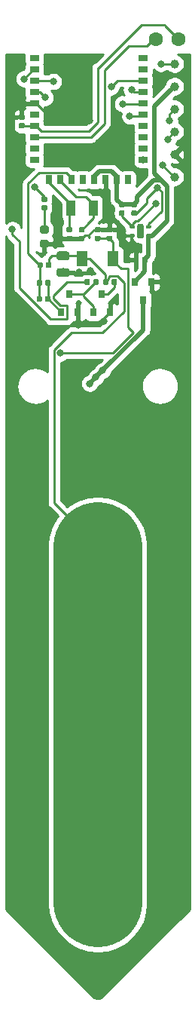
<source format=gbr>
G04 #@! TF.GenerationSoftware,KiCad,Pcbnew,(5.1.2-1)-1*
G04 #@! TF.CreationDate,2021-09-11T11:00:07+02:00*
G04 #@! TF.ProjectId,parasite,70617261-7369-4746-952e-6b696361645f,1.1.0*
G04 #@! TF.SameCoordinates,Original*
G04 #@! TF.FileFunction,Copper,L1,Top*
G04 #@! TF.FilePolarity,Positive*
%FSLAX46Y46*%
G04 Gerber Fmt 4.6, Leading zero omitted, Abs format (unit mm)*
G04 Created by KiCad (PCBNEW (5.1.2-1)-1) date 2021-09-11 11:00:07*
%MOMM*%
%LPD*%
G04 APERTURE LIST*
%ADD10R,1.000000X0.650000*%
%ADD11R,0.650000X1.000000*%
%ADD12C,1.600000*%
%ADD13C,0.100000*%
%ADD14C,0.590000*%
%ADD15C,0.700000*%
%ADD16C,0.350000*%
%ADD17R,1.000000X1.800000*%
%ADD18R,0.800000X0.900000*%
%ADD19C,0.875000*%
%ADD20C,1.000000*%
%ADD21C,0.975000*%
%ADD22R,1.300000X1.700000*%
%ADD23C,0.800000*%
%ADD24C,0.250000*%
%ADD25C,10.000000*%
%ADD26C,0.500000*%
%ADD27C,0.254000*%
G04 APERTURE END LIST*
D10*
X60881000Y-42600000D03*
X60881000Y-41330000D03*
X60881000Y-40060000D03*
X60881000Y-38790000D03*
X60881000Y-37520000D03*
X60881000Y-36250000D03*
X60881000Y-34980000D03*
X60881000Y-33710000D03*
X60881000Y-32440000D03*
X60881000Y-31170000D03*
X73119000Y-38790000D03*
X73119000Y-31170000D03*
X73119000Y-37520000D03*
X73119000Y-32440000D03*
X73119000Y-33710000D03*
X73119000Y-34980000D03*
X73119000Y-40060000D03*
X73119000Y-36250000D03*
X73119000Y-41330000D03*
X73119000Y-42600000D03*
D11*
X70150000Y-44819000D03*
X62530000Y-44819000D03*
X68880000Y-44819000D03*
X63800000Y-44819000D03*
X65070000Y-44819000D03*
X66340000Y-44819000D03*
X71420000Y-44819000D03*
X67610000Y-44819000D03*
D12*
X77100000Y-29050000D03*
X74560000Y-29050000D03*
D13*
G36*
X59636958Y-38455710D02*
G01*
X59651276Y-38457834D01*
X59665317Y-38461351D01*
X59678946Y-38466228D01*
X59692031Y-38472417D01*
X59704447Y-38479858D01*
X59716073Y-38488481D01*
X59726798Y-38498202D01*
X59736519Y-38508927D01*
X59745142Y-38520553D01*
X59752583Y-38532969D01*
X59758772Y-38546054D01*
X59763649Y-38559683D01*
X59767166Y-38573724D01*
X59769290Y-38588042D01*
X59770000Y-38602500D01*
X59770000Y-38897500D01*
X59769290Y-38911958D01*
X59767166Y-38926276D01*
X59763649Y-38940317D01*
X59758772Y-38953946D01*
X59752583Y-38967031D01*
X59745142Y-38979447D01*
X59736519Y-38991073D01*
X59726798Y-39001798D01*
X59716073Y-39011519D01*
X59704447Y-39020142D01*
X59692031Y-39027583D01*
X59678946Y-39033772D01*
X59665317Y-39038649D01*
X59651276Y-39042166D01*
X59636958Y-39044290D01*
X59622500Y-39045000D01*
X59277500Y-39045000D01*
X59263042Y-39044290D01*
X59248724Y-39042166D01*
X59234683Y-39038649D01*
X59221054Y-39033772D01*
X59207969Y-39027583D01*
X59195553Y-39020142D01*
X59183927Y-39011519D01*
X59173202Y-39001798D01*
X59163481Y-38991073D01*
X59154858Y-38979447D01*
X59147417Y-38967031D01*
X59141228Y-38953946D01*
X59136351Y-38940317D01*
X59132834Y-38926276D01*
X59130710Y-38911958D01*
X59130000Y-38897500D01*
X59130000Y-38602500D01*
X59130710Y-38588042D01*
X59132834Y-38573724D01*
X59136351Y-38559683D01*
X59141228Y-38546054D01*
X59147417Y-38532969D01*
X59154858Y-38520553D01*
X59163481Y-38508927D01*
X59173202Y-38498202D01*
X59183927Y-38488481D01*
X59195553Y-38479858D01*
X59207969Y-38472417D01*
X59221054Y-38466228D01*
X59234683Y-38461351D01*
X59248724Y-38457834D01*
X59263042Y-38455710D01*
X59277500Y-38455000D01*
X59622500Y-38455000D01*
X59636958Y-38455710D01*
X59636958Y-38455710D01*
G37*
D14*
X59450000Y-38750000D03*
D13*
G36*
X59636958Y-37485710D02*
G01*
X59651276Y-37487834D01*
X59665317Y-37491351D01*
X59678946Y-37496228D01*
X59692031Y-37502417D01*
X59704447Y-37509858D01*
X59716073Y-37518481D01*
X59726798Y-37528202D01*
X59736519Y-37538927D01*
X59745142Y-37550553D01*
X59752583Y-37562969D01*
X59758772Y-37576054D01*
X59763649Y-37589683D01*
X59767166Y-37603724D01*
X59769290Y-37618042D01*
X59770000Y-37632500D01*
X59770000Y-37927500D01*
X59769290Y-37941958D01*
X59767166Y-37956276D01*
X59763649Y-37970317D01*
X59758772Y-37983946D01*
X59752583Y-37997031D01*
X59745142Y-38009447D01*
X59736519Y-38021073D01*
X59726798Y-38031798D01*
X59716073Y-38041519D01*
X59704447Y-38050142D01*
X59692031Y-38057583D01*
X59678946Y-38063772D01*
X59665317Y-38068649D01*
X59651276Y-38072166D01*
X59636958Y-38074290D01*
X59622500Y-38075000D01*
X59277500Y-38075000D01*
X59263042Y-38074290D01*
X59248724Y-38072166D01*
X59234683Y-38068649D01*
X59221054Y-38063772D01*
X59207969Y-38057583D01*
X59195553Y-38050142D01*
X59183927Y-38041519D01*
X59173202Y-38031798D01*
X59163481Y-38021073D01*
X59154858Y-38009447D01*
X59147417Y-37997031D01*
X59141228Y-37983946D01*
X59136351Y-37970317D01*
X59132834Y-37956276D01*
X59130710Y-37941958D01*
X59130000Y-37927500D01*
X59130000Y-37632500D01*
X59130710Y-37618042D01*
X59132834Y-37603724D01*
X59136351Y-37589683D01*
X59141228Y-37576054D01*
X59147417Y-37562969D01*
X59154858Y-37550553D01*
X59163481Y-37538927D01*
X59173202Y-37528202D01*
X59183927Y-37518481D01*
X59195553Y-37509858D01*
X59207969Y-37502417D01*
X59221054Y-37496228D01*
X59234683Y-37491351D01*
X59248724Y-37487834D01*
X59263042Y-37485710D01*
X59277500Y-37485000D01*
X59622500Y-37485000D01*
X59636958Y-37485710D01*
X59636958Y-37485710D01*
G37*
D14*
X59450000Y-37780000D03*
D13*
G36*
X72992153Y-49800843D02*
G01*
X73009141Y-49803363D01*
X73025800Y-49807535D01*
X73041970Y-49813321D01*
X73057494Y-49820664D01*
X73072225Y-49829493D01*
X73086019Y-49839723D01*
X73098744Y-49851256D01*
X73110277Y-49863981D01*
X73120507Y-49877775D01*
X73129336Y-49892506D01*
X73136679Y-49908030D01*
X73142465Y-49924200D01*
X73146637Y-49940859D01*
X73149157Y-49957847D01*
X73150000Y-49975000D01*
X73150000Y-51225000D01*
X73149157Y-51242153D01*
X73146637Y-51259141D01*
X73142465Y-51275800D01*
X73136679Y-51291970D01*
X73129336Y-51307494D01*
X73120507Y-51322225D01*
X73110277Y-51336019D01*
X73098744Y-51348744D01*
X73086019Y-51360277D01*
X73072225Y-51370507D01*
X73057494Y-51379336D01*
X73041970Y-51386679D01*
X73025800Y-51392465D01*
X73009141Y-51396637D01*
X72992153Y-51399157D01*
X72975000Y-51400000D01*
X72625000Y-51400000D01*
X72607847Y-51399157D01*
X72590859Y-51396637D01*
X72574200Y-51392465D01*
X72558030Y-51386679D01*
X72542506Y-51379336D01*
X72527775Y-51370507D01*
X72513981Y-51360277D01*
X72501256Y-51348744D01*
X72489723Y-51336019D01*
X72479493Y-51322225D01*
X72470664Y-51307494D01*
X72463321Y-51291970D01*
X72457535Y-51275800D01*
X72453363Y-51259141D01*
X72450843Y-51242153D01*
X72450000Y-51225000D01*
X72450000Y-49975000D01*
X72450843Y-49957847D01*
X72453363Y-49940859D01*
X72457535Y-49924200D01*
X72463321Y-49908030D01*
X72470664Y-49892506D01*
X72479493Y-49877775D01*
X72489723Y-49863981D01*
X72501256Y-49851256D01*
X72513981Y-49839723D01*
X72527775Y-49829493D01*
X72542506Y-49820664D01*
X72558030Y-49813321D01*
X72574200Y-49807535D01*
X72590859Y-49803363D01*
X72607847Y-49800843D01*
X72625000Y-49800000D01*
X72975000Y-49800000D01*
X72992153Y-49800843D01*
X72992153Y-49800843D01*
G37*
D15*
X72800000Y-50600000D03*
D13*
G36*
X72071076Y-50925421D02*
G01*
X72079570Y-50926681D01*
X72087900Y-50928768D01*
X72095985Y-50931661D01*
X72103747Y-50935332D01*
X72111112Y-50939746D01*
X72118009Y-50944862D01*
X72124372Y-50950628D01*
X72130138Y-50956991D01*
X72135254Y-50963888D01*
X72139668Y-50971253D01*
X72143339Y-50979015D01*
X72146232Y-50987100D01*
X72148319Y-50995430D01*
X72149579Y-51003924D01*
X72150000Y-51012500D01*
X72150000Y-51187500D01*
X72149579Y-51196076D01*
X72148319Y-51204570D01*
X72146232Y-51212900D01*
X72143339Y-51220985D01*
X72139668Y-51228747D01*
X72135254Y-51236112D01*
X72130138Y-51243009D01*
X72124372Y-51249372D01*
X72118009Y-51255138D01*
X72111112Y-51260254D01*
X72103747Y-51264668D01*
X72095985Y-51268339D01*
X72087900Y-51271232D01*
X72079570Y-51273319D01*
X72071076Y-51274579D01*
X72062500Y-51275000D01*
X71687500Y-51275000D01*
X71678924Y-51274579D01*
X71670430Y-51273319D01*
X71662100Y-51271232D01*
X71654015Y-51268339D01*
X71646253Y-51264668D01*
X71638888Y-51260254D01*
X71631991Y-51255138D01*
X71625628Y-51249372D01*
X71619862Y-51243009D01*
X71614746Y-51236112D01*
X71610332Y-51228747D01*
X71606661Y-51220985D01*
X71603768Y-51212900D01*
X71601681Y-51204570D01*
X71600421Y-51196076D01*
X71600000Y-51187500D01*
X71600000Y-51012500D01*
X71600421Y-51003924D01*
X71601681Y-50995430D01*
X71603768Y-50987100D01*
X71606661Y-50979015D01*
X71610332Y-50971253D01*
X71614746Y-50963888D01*
X71619862Y-50956991D01*
X71625628Y-50950628D01*
X71631991Y-50944862D01*
X71638888Y-50939746D01*
X71646253Y-50935332D01*
X71654015Y-50931661D01*
X71662100Y-50928768D01*
X71670430Y-50926681D01*
X71678924Y-50925421D01*
X71687500Y-50925000D01*
X72062500Y-50925000D01*
X72071076Y-50925421D01*
X72071076Y-50925421D01*
G37*
D16*
X71875000Y-51100000D03*
D13*
G36*
X72071076Y-49925421D02*
G01*
X72079570Y-49926681D01*
X72087900Y-49928768D01*
X72095985Y-49931661D01*
X72103747Y-49935332D01*
X72111112Y-49939746D01*
X72118009Y-49944862D01*
X72124372Y-49950628D01*
X72130138Y-49956991D01*
X72135254Y-49963888D01*
X72139668Y-49971253D01*
X72143339Y-49979015D01*
X72146232Y-49987100D01*
X72148319Y-49995430D01*
X72149579Y-50003924D01*
X72150000Y-50012500D01*
X72150000Y-50187500D01*
X72149579Y-50196076D01*
X72148319Y-50204570D01*
X72146232Y-50212900D01*
X72143339Y-50220985D01*
X72139668Y-50228747D01*
X72135254Y-50236112D01*
X72130138Y-50243009D01*
X72124372Y-50249372D01*
X72118009Y-50255138D01*
X72111112Y-50260254D01*
X72103747Y-50264668D01*
X72095985Y-50268339D01*
X72087900Y-50271232D01*
X72079570Y-50273319D01*
X72071076Y-50274579D01*
X72062500Y-50275000D01*
X71687500Y-50275000D01*
X71678924Y-50274579D01*
X71670430Y-50273319D01*
X71662100Y-50271232D01*
X71654015Y-50268339D01*
X71646253Y-50264668D01*
X71638888Y-50260254D01*
X71631991Y-50255138D01*
X71625628Y-50249372D01*
X71619862Y-50243009D01*
X71614746Y-50236112D01*
X71610332Y-50228747D01*
X71606661Y-50220985D01*
X71603768Y-50212900D01*
X71601681Y-50204570D01*
X71600421Y-50196076D01*
X71600000Y-50187500D01*
X71600000Y-50012500D01*
X71600421Y-50003924D01*
X71601681Y-49995430D01*
X71603768Y-49987100D01*
X71606661Y-49979015D01*
X71610332Y-49971253D01*
X71614746Y-49963888D01*
X71619862Y-49956991D01*
X71625628Y-49950628D01*
X71631991Y-49944862D01*
X71638888Y-49939746D01*
X71646253Y-49935332D01*
X71654015Y-49931661D01*
X71662100Y-49928768D01*
X71670430Y-49926681D01*
X71678924Y-49925421D01*
X71687500Y-49925000D01*
X72062500Y-49925000D01*
X72071076Y-49925421D01*
X72071076Y-49925421D01*
G37*
D16*
X71875000Y-50100000D03*
D13*
G36*
X73921076Y-49925421D02*
G01*
X73929570Y-49926681D01*
X73937900Y-49928768D01*
X73945985Y-49931661D01*
X73953747Y-49935332D01*
X73961112Y-49939746D01*
X73968009Y-49944862D01*
X73974372Y-49950628D01*
X73980138Y-49956991D01*
X73985254Y-49963888D01*
X73989668Y-49971253D01*
X73993339Y-49979015D01*
X73996232Y-49987100D01*
X73998319Y-49995430D01*
X73999579Y-50003924D01*
X74000000Y-50012500D01*
X74000000Y-50187500D01*
X73999579Y-50196076D01*
X73998319Y-50204570D01*
X73996232Y-50212900D01*
X73993339Y-50220985D01*
X73989668Y-50228747D01*
X73985254Y-50236112D01*
X73980138Y-50243009D01*
X73974372Y-50249372D01*
X73968009Y-50255138D01*
X73961112Y-50260254D01*
X73953747Y-50264668D01*
X73945985Y-50268339D01*
X73937900Y-50271232D01*
X73929570Y-50273319D01*
X73921076Y-50274579D01*
X73912500Y-50275000D01*
X73537500Y-50275000D01*
X73528924Y-50274579D01*
X73520430Y-50273319D01*
X73512100Y-50271232D01*
X73504015Y-50268339D01*
X73496253Y-50264668D01*
X73488888Y-50260254D01*
X73481991Y-50255138D01*
X73475628Y-50249372D01*
X73469862Y-50243009D01*
X73464746Y-50236112D01*
X73460332Y-50228747D01*
X73456661Y-50220985D01*
X73453768Y-50212900D01*
X73451681Y-50204570D01*
X73450421Y-50196076D01*
X73450000Y-50187500D01*
X73450000Y-50012500D01*
X73450421Y-50003924D01*
X73451681Y-49995430D01*
X73453768Y-49987100D01*
X73456661Y-49979015D01*
X73460332Y-49971253D01*
X73464746Y-49963888D01*
X73469862Y-49956991D01*
X73475628Y-49950628D01*
X73481991Y-49944862D01*
X73488888Y-49939746D01*
X73496253Y-49935332D01*
X73504015Y-49931661D01*
X73512100Y-49928768D01*
X73520430Y-49926681D01*
X73528924Y-49925421D01*
X73537500Y-49925000D01*
X73912500Y-49925000D01*
X73921076Y-49925421D01*
X73921076Y-49925421D01*
G37*
D16*
X73725000Y-50100000D03*
D13*
G36*
X73921076Y-50925421D02*
G01*
X73929570Y-50926681D01*
X73937900Y-50928768D01*
X73945985Y-50931661D01*
X73953747Y-50935332D01*
X73961112Y-50939746D01*
X73968009Y-50944862D01*
X73974372Y-50950628D01*
X73980138Y-50956991D01*
X73985254Y-50963888D01*
X73989668Y-50971253D01*
X73993339Y-50979015D01*
X73996232Y-50987100D01*
X73998319Y-50995430D01*
X73999579Y-51003924D01*
X74000000Y-51012500D01*
X74000000Y-51187500D01*
X73999579Y-51196076D01*
X73998319Y-51204570D01*
X73996232Y-51212900D01*
X73993339Y-51220985D01*
X73989668Y-51228747D01*
X73985254Y-51236112D01*
X73980138Y-51243009D01*
X73974372Y-51249372D01*
X73968009Y-51255138D01*
X73961112Y-51260254D01*
X73953747Y-51264668D01*
X73945985Y-51268339D01*
X73937900Y-51271232D01*
X73929570Y-51273319D01*
X73921076Y-51274579D01*
X73912500Y-51275000D01*
X73537500Y-51275000D01*
X73528924Y-51274579D01*
X73520430Y-51273319D01*
X73512100Y-51271232D01*
X73504015Y-51268339D01*
X73496253Y-51264668D01*
X73488888Y-51260254D01*
X73481991Y-51255138D01*
X73475628Y-51249372D01*
X73469862Y-51243009D01*
X73464746Y-51236112D01*
X73460332Y-51228747D01*
X73456661Y-51220985D01*
X73453768Y-51212900D01*
X73451681Y-51204570D01*
X73450421Y-51196076D01*
X73450000Y-51187500D01*
X73450000Y-51012500D01*
X73450421Y-51003924D01*
X73451681Y-50995430D01*
X73453768Y-50987100D01*
X73456661Y-50979015D01*
X73460332Y-50971253D01*
X73464746Y-50963888D01*
X73469862Y-50956991D01*
X73475628Y-50950628D01*
X73481991Y-50944862D01*
X73488888Y-50939746D01*
X73496253Y-50935332D01*
X73504015Y-50931661D01*
X73512100Y-50928768D01*
X73520430Y-50926681D01*
X73528924Y-50925421D01*
X73537500Y-50925000D01*
X73912500Y-50925000D01*
X73921076Y-50925421D01*
X73921076Y-50925421D01*
G37*
D16*
X73725000Y-51100000D03*
D17*
X67500000Y-48000000D03*
X65000000Y-48000000D03*
D13*
G36*
X72286958Y-48275710D02*
G01*
X72301276Y-48277834D01*
X72315317Y-48281351D01*
X72328946Y-48286228D01*
X72342031Y-48292417D01*
X72354447Y-48299858D01*
X72366073Y-48308481D01*
X72376798Y-48318202D01*
X72386519Y-48328927D01*
X72395142Y-48340553D01*
X72402583Y-48352969D01*
X72408772Y-48366054D01*
X72413649Y-48379683D01*
X72417166Y-48393724D01*
X72419290Y-48408042D01*
X72420000Y-48422500D01*
X72420000Y-48717500D01*
X72419290Y-48731958D01*
X72417166Y-48746276D01*
X72413649Y-48760317D01*
X72408772Y-48773946D01*
X72402583Y-48787031D01*
X72395142Y-48799447D01*
X72386519Y-48811073D01*
X72376798Y-48821798D01*
X72366073Y-48831519D01*
X72354447Y-48840142D01*
X72342031Y-48847583D01*
X72328946Y-48853772D01*
X72315317Y-48858649D01*
X72301276Y-48862166D01*
X72286958Y-48864290D01*
X72272500Y-48865000D01*
X71927500Y-48865000D01*
X71913042Y-48864290D01*
X71898724Y-48862166D01*
X71884683Y-48858649D01*
X71871054Y-48853772D01*
X71857969Y-48847583D01*
X71845553Y-48840142D01*
X71833927Y-48831519D01*
X71823202Y-48821798D01*
X71813481Y-48811073D01*
X71804858Y-48799447D01*
X71797417Y-48787031D01*
X71791228Y-48773946D01*
X71786351Y-48760317D01*
X71782834Y-48746276D01*
X71780710Y-48731958D01*
X71780000Y-48717500D01*
X71780000Y-48422500D01*
X71780710Y-48408042D01*
X71782834Y-48393724D01*
X71786351Y-48379683D01*
X71791228Y-48366054D01*
X71797417Y-48352969D01*
X71804858Y-48340553D01*
X71813481Y-48328927D01*
X71823202Y-48318202D01*
X71833927Y-48308481D01*
X71845553Y-48299858D01*
X71857969Y-48292417D01*
X71871054Y-48286228D01*
X71884683Y-48281351D01*
X71898724Y-48277834D01*
X71913042Y-48275710D01*
X71927500Y-48275000D01*
X72272500Y-48275000D01*
X72286958Y-48275710D01*
X72286958Y-48275710D01*
G37*
D14*
X72100000Y-48570000D03*
D13*
G36*
X72286958Y-47305710D02*
G01*
X72301276Y-47307834D01*
X72315317Y-47311351D01*
X72328946Y-47316228D01*
X72342031Y-47322417D01*
X72354447Y-47329858D01*
X72366073Y-47338481D01*
X72376798Y-47348202D01*
X72386519Y-47358927D01*
X72395142Y-47370553D01*
X72402583Y-47382969D01*
X72408772Y-47396054D01*
X72413649Y-47409683D01*
X72417166Y-47423724D01*
X72419290Y-47438042D01*
X72420000Y-47452500D01*
X72420000Y-47747500D01*
X72419290Y-47761958D01*
X72417166Y-47776276D01*
X72413649Y-47790317D01*
X72408772Y-47803946D01*
X72402583Y-47817031D01*
X72395142Y-47829447D01*
X72386519Y-47841073D01*
X72376798Y-47851798D01*
X72366073Y-47861519D01*
X72354447Y-47870142D01*
X72342031Y-47877583D01*
X72328946Y-47883772D01*
X72315317Y-47888649D01*
X72301276Y-47892166D01*
X72286958Y-47894290D01*
X72272500Y-47895000D01*
X71927500Y-47895000D01*
X71913042Y-47894290D01*
X71898724Y-47892166D01*
X71884683Y-47888649D01*
X71871054Y-47883772D01*
X71857969Y-47877583D01*
X71845553Y-47870142D01*
X71833927Y-47861519D01*
X71823202Y-47851798D01*
X71813481Y-47841073D01*
X71804858Y-47829447D01*
X71797417Y-47817031D01*
X71791228Y-47803946D01*
X71786351Y-47790317D01*
X71782834Y-47776276D01*
X71780710Y-47761958D01*
X71780000Y-47747500D01*
X71780000Y-47452500D01*
X71780710Y-47438042D01*
X71782834Y-47423724D01*
X71786351Y-47409683D01*
X71791228Y-47396054D01*
X71797417Y-47382969D01*
X71804858Y-47370553D01*
X71813481Y-47358927D01*
X71823202Y-47348202D01*
X71833927Y-47338481D01*
X71845553Y-47329858D01*
X71857969Y-47322417D01*
X71871054Y-47316228D01*
X71884683Y-47311351D01*
X71898724Y-47307834D01*
X71913042Y-47305710D01*
X71927500Y-47305000D01*
X72272500Y-47305000D01*
X72286958Y-47305710D01*
X72286958Y-47305710D01*
G37*
D14*
X72100000Y-47600000D03*
D13*
G36*
X70886958Y-47305710D02*
G01*
X70901276Y-47307834D01*
X70915317Y-47311351D01*
X70928946Y-47316228D01*
X70942031Y-47322417D01*
X70954447Y-47329858D01*
X70966073Y-47338481D01*
X70976798Y-47348202D01*
X70986519Y-47358927D01*
X70995142Y-47370553D01*
X71002583Y-47382969D01*
X71008772Y-47396054D01*
X71013649Y-47409683D01*
X71017166Y-47423724D01*
X71019290Y-47438042D01*
X71020000Y-47452500D01*
X71020000Y-47747500D01*
X71019290Y-47761958D01*
X71017166Y-47776276D01*
X71013649Y-47790317D01*
X71008772Y-47803946D01*
X71002583Y-47817031D01*
X70995142Y-47829447D01*
X70986519Y-47841073D01*
X70976798Y-47851798D01*
X70966073Y-47861519D01*
X70954447Y-47870142D01*
X70942031Y-47877583D01*
X70928946Y-47883772D01*
X70915317Y-47888649D01*
X70901276Y-47892166D01*
X70886958Y-47894290D01*
X70872500Y-47895000D01*
X70527500Y-47895000D01*
X70513042Y-47894290D01*
X70498724Y-47892166D01*
X70484683Y-47888649D01*
X70471054Y-47883772D01*
X70457969Y-47877583D01*
X70445553Y-47870142D01*
X70433927Y-47861519D01*
X70423202Y-47851798D01*
X70413481Y-47841073D01*
X70404858Y-47829447D01*
X70397417Y-47817031D01*
X70391228Y-47803946D01*
X70386351Y-47790317D01*
X70382834Y-47776276D01*
X70380710Y-47761958D01*
X70380000Y-47747500D01*
X70380000Y-47452500D01*
X70380710Y-47438042D01*
X70382834Y-47423724D01*
X70386351Y-47409683D01*
X70391228Y-47396054D01*
X70397417Y-47382969D01*
X70404858Y-47370553D01*
X70413481Y-47358927D01*
X70423202Y-47348202D01*
X70433927Y-47338481D01*
X70445553Y-47329858D01*
X70457969Y-47322417D01*
X70471054Y-47316228D01*
X70484683Y-47311351D01*
X70498724Y-47307834D01*
X70513042Y-47305710D01*
X70527500Y-47305000D01*
X70872500Y-47305000D01*
X70886958Y-47305710D01*
X70886958Y-47305710D01*
G37*
D14*
X70700000Y-47600000D03*
D13*
G36*
X70886958Y-48275710D02*
G01*
X70901276Y-48277834D01*
X70915317Y-48281351D01*
X70928946Y-48286228D01*
X70942031Y-48292417D01*
X70954447Y-48299858D01*
X70966073Y-48308481D01*
X70976798Y-48318202D01*
X70986519Y-48328927D01*
X70995142Y-48340553D01*
X71002583Y-48352969D01*
X71008772Y-48366054D01*
X71013649Y-48379683D01*
X71017166Y-48393724D01*
X71019290Y-48408042D01*
X71020000Y-48422500D01*
X71020000Y-48717500D01*
X71019290Y-48731958D01*
X71017166Y-48746276D01*
X71013649Y-48760317D01*
X71008772Y-48773946D01*
X71002583Y-48787031D01*
X70995142Y-48799447D01*
X70986519Y-48811073D01*
X70976798Y-48821798D01*
X70966073Y-48831519D01*
X70954447Y-48840142D01*
X70942031Y-48847583D01*
X70928946Y-48853772D01*
X70915317Y-48858649D01*
X70901276Y-48862166D01*
X70886958Y-48864290D01*
X70872500Y-48865000D01*
X70527500Y-48865000D01*
X70513042Y-48864290D01*
X70498724Y-48862166D01*
X70484683Y-48858649D01*
X70471054Y-48853772D01*
X70457969Y-48847583D01*
X70445553Y-48840142D01*
X70433927Y-48831519D01*
X70423202Y-48821798D01*
X70413481Y-48811073D01*
X70404858Y-48799447D01*
X70397417Y-48787031D01*
X70391228Y-48773946D01*
X70386351Y-48760317D01*
X70382834Y-48746276D01*
X70380710Y-48731958D01*
X70380000Y-48717500D01*
X70380000Y-48422500D01*
X70380710Y-48408042D01*
X70382834Y-48393724D01*
X70386351Y-48379683D01*
X70391228Y-48366054D01*
X70397417Y-48352969D01*
X70404858Y-48340553D01*
X70413481Y-48328927D01*
X70423202Y-48318202D01*
X70433927Y-48308481D01*
X70445553Y-48299858D01*
X70457969Y-48292417D01*
X70471054Y-48286228D01*
X70484683Y-48281351D01*
X70498724Y-48277834D01*
X70513042Y-48275710D01*
X70527500Y-48275000D01*
X70872500Y-48275000D01*
X70886958Y-48275710D01*
X70886958Y-48275710D01*
G37*
D14*
X70700000Y-48570000D03*
D13*
G36*
X69486958Y-50135710D02*
G01*
X69501276Y-50137834D01*
X69515317Y-50141351D01*
X69528946Y-50146228D01*
X69542031Y-50152417D01*
X69554447Y-50159858D01*
X69566073Y-50168481D01*
X69576798Y-50178202D01*
X69586519Y-50188927D01*
X69595142Y-50200553D01*
X69602583Y-50212969D01*
X69608772Y-50226054D01*
X69613649Y-50239683D01*
X69617166Y-50253724D01*
X69619290Y-50268042D01*
X69620000Y-50282500D01*
X69620000Y-50577500D01*
X69619290Y-50591958D01*
X69617166Y-50606276D01*
X69613649Y-50620317D01*
X69608772Y-50633946D01*
X69602583Y-50647031D01*
X69595142Y-50659447D01*
X69586519Y-50671073D01*
X69576798Y-50681798D01*
X69566073Y-50691519D01*
X69554447Y-50700142D01*
X69542031Y-50707583D01*
X69528946Y-50713772D01*
X69515317Y-50718649D01*
X69501276Y-50722166D01*
X69486958Y-50724290D01*
X69472500Y-50725000D01*
X69127500Y-50725000D01*
X69113042Y-50724290D01*
X69098724Y-50722166D01*
X69084683Y-50718649D01*
X69071054Y-50713772D01*
X69057969Y-50707583D01*
X69045553Y-50700142D01*
X69033927Y-50691519D01*
X69023202Y-50681798D01*
X69013481Y-50671073D01*
X69004858Y-50659447D01*
X68997417Y-50647031D01*
X68991228Y-50633946D01*
X68986351Y-50620317D01*
X68982834Y-50606276D01*
X68980710Y-50591958D01*
X68980000Y-50577500D01*
X68980000Y-50282500D01*
X68980710Y-50268042D01*
X68982834Y-50253724D01*
X68986351Y-50239683D01*
X68991228Y-50226054D01*
X68997417Y-50212969D01*
X69004858Y-50200553D01*
X69013481Y-50188927D01*
X69023202Y-50178202D01*
X69033927Y-50168481D01*
X69045553Y-50159858D01*
X69057969Y-50152417D01*
X69071054Y-50146228D01*
X69084683Y-50141351D01*
X69098724Y-50137834D01*
X69113042Y-50135710D01*
X69127500Y-50135000D01*
X69472500Y-50135000D01*
X69486958Y-50135710D01*
X69486958Y-50135710D01*
G37*
D14*
X69300000Y-50430000D03*
D13*
G36*
X69486958Y-51105710D02*
G01*
X69501276Y-51107834D01*
X69515317Y-51111351D01*
X69528946Y-51116228D01*
X69542031Y-51122417D01*
X69554447Y-51129858D01*
X69566073Y-51138481D01*
X69576798Y-51148202D01*
X69586519Y-51158927D01*
X69595142Y-51170553D01*
X69602583Y-51182969D01*
X69608772Y-51196054D01*
X69613649Y-51209683D01*
X69617166Y-51223724D01*
X69619290Y-51238042D01*
X69620000Y-51252500D01*
X69620000Y-51547500D01*
X69619290Y-51561958D01*
X69617166Y-51576276D01*
X69613649Y-51590317D01*
X69608772Y-51603946D01*
X69602583Y-51617031D01*
X69595142Y-51629447D01*
X69586519Y-51641073D01*
X69576798Y-51651798D01*
X69566073Y-51661519D01*
X69554447Y-51670142D01*
X69542031Y-51677583D01*
X69528946Y-51683772D01*
X69515317Y-51688649D01*
X69501276Y-51692166D01*
X69486958Y-51694290D01*
X69472500Y-51695000D01*
X69127500Y-51695000D01*
X69113042Y-51694290D01*
X69098724Y-51692166D01*
X69084683Y-51688649D01*
X69071054Y-51683772D01*
X69057969Y-51677583D01*
X69045553Y-51670142D01*
X69033927Y-51661519D01*
X69023202Y-51651798D01*
X69013481Y-51641073D01*
X69004858Y-51629447D01*
X68997417Y-51617031D01*
X68991228Y-51603946D01*
X68986351Y-51590317D01*
X68982834Y-51576276D01*
X68980710Y-51561958D01*
X68980000Y-51547500D01*
X68980000Y-51252500D01*
X68980710Y-51238042D01*
X68982834Y-51223724D01*
X68986351Y-51209683D01*
X68991228Y-51196054D01*
X68997417Y-51182969D01*
X69004858Y-51170553D01*
X69013481Y-51158927D01*
X69023202Y-51148202D01*
X69033927Y-51138481D01*
X69045553Y-51129858D01*
X69057969Y-51122417D01*
X69071054Y-51116228D01*
X69084683Y-51111351D01*
X69098724Y-51107834D01*
X69113042Y-51105710D01*
X69127500Y-51105000D01*
X69472500Y-51105000D01*
X69486958Y-51105710D01*
X69486958Y-51105710D01*
G37*
D14*
X69300000Y-51400000D03*
D13*
G36*
X70031958Y-55980710D02*
G01*
X70046276Y-55982834D01*
X70060317Y-55986351D01*
X70073946Y-55991228D01*
X70087031Y-55997417D01*
X70099447Y-56004858D01*
X70111073Y-56013481D01*
X70121798Y-56023202D01*
X70131519Y-56033927D01*
X70140142Y-56045553D01*
X70147583Y-56057969D01*
X70153772Y-56071054D01*
X70158649Y-56084683D01*
X70162166Y-56098724D01*
X70164290Y-56113042D01*
X70165000Y-56127500D01*
X70165000Y-56472500D01*
X70164290Y-56486958D01*
X70162166Y-56501276D01*
X70158649Y-56515317D01*
X70153772Y-56528946D01*
X70147583Y-56542031D01*
X70140142Y-56554447D01*
X70131519Y-56566073D01*
X70121798Y-56576798D01*
X70111073Y-56586519D01*
X70099447Y-56595142D01*
X70087031Y-56602583D01*
X70073946Y-56608772D01*
X70060317Y-56613649D01*
X70046276Y-56617166D01*
X70031958Y-56619290D01*
X70017500Y-56620000D01*
X69722500Y-56620000D01*
X69708042Y-56619290D01*
X69693724Y-56617166D01*
X69679683Y-56613649D01*
X69666054Y-56608772D01*
X69652969Y-56602583D01*
X69640553Y-56595142D01*
X69628927Y-56586519D01*
X69618202Y-56576798D01*
X69608481Y-56566073D01*
X69599858Y-56554447D01*
X69592417Y-56542031D01*
X69586228Y-56528946D01*
X69581351Y-56515317D01*
X69577834Y-56501276D01*
X69575710Y-56486958D01*
X69575000Y-56472500D01*
X69575000Y-56127500D01*
X69575710Y-56113042D01*
X69577834Y-56098724D01*
X69581351Y-56084683D01*
X69586228Y-56071054D01*
X69592417Y-56057969D01*
X69599858Y-56045553D01*
X69608481Y-56033927D01*
X69618202Y-56023202D01*
X69628927Y-56013481D01*
X69640553Y-56004858D01*
X69652969Y-55997417D01*
X69666054Y-55991228D01*
X69679683Y-55986351D01*
X69693724Y-55982834D01*
X69708042Y-55980710D01*
X69722500Y-55980000D01*
X70017500Y-55980000D01*
X70031958Y-55980710D01*
X70031958Y-55980710D01*
G37*
D14*
X69870000Y-56300000D03*
D13*
G36*
X69061958Y-55980710D02*
G01*
X69076276Y-55982834D01*
X69090317Y-55986351D01*
X69103946Y-55991228D01*
X69117031Y-55997417D01*
X69129447Y-56004858D01*
X69141073Y-56013481D01*
X69151798Y-56023202D01*
X69161519Y-56033927D01*
X69170142Y-56045553D01*
X69177583Y-56057969D01*
X69183772Y-56071054D01*
X69188649Y-56084683D01*
X69192166Y-56098724D01*
X69194290Y-56113042D01*
X69195000Y-56127500D01*
X69195000Y-56472500D01*
X69194290Y-56486958D01*
X69192166Y-56501276D01*
X69188649Y-56515317D01*
X69183772Y-56528946D01*
X69177583Y-56542031D01*
X69170142Y-56554447D01*
X69161519Y-56566073D01*
X69151798Y-56576798D01*
X69141073Y-56586519D01*
X69129447Y-56595142D01*
X69117031Y-56602583D01*
X69103946Y-56608772D01*
X69090317Y-56613649D01*
X69076276Y-56617166D01*
X69061958Y-56619290D01*
X69047500Y-56620000D01*
X68752500Y-56620000D01*
X68738042Y-56619290D01*
X68723724Y-56617166D01*
X68709683Y-56613649D01*
X68696054Y-56608772D01*
X68682969Y-56602583D01*
X68670553Y-56595142D01*
X68658927Y-56586519D01*
X68648202Y-56576798D01*
X68638481Y-56566073D01*
X68629858Y-56554447D01*
X68622417Y-56542031D01*
X68616228Y-56528946D01*
X68611351Y-56515317D01*
X68607834Y-56501276D01*
X68605710Y-56486958D01*
X68605000Y-56472500D01*
X68605000Y-56127500D01*
X68605710Y-56113042D01*
X68607834Y-56098724D01*
X68611351Y-56084683D01*
X68616228Y-56071054D01*
X68622417Y-56057969D01*
X68629858Y-56045553D01*
X68638481Y-56033927D01*
X68648202Y-56023202D01*
X68658927Y-56013481D01*
X68670553Y-56004858D01*
X68682969Y-55997417D01*
X68696054Y-55991228D01*
X68709683Y-55986351D01*
X68723724Y-55982834D01*
X68738042Y-55980710D01*
X68752500Y-55980000D01*
X69047500Y-55980000D01*
X69061958Y-55980710D01*
X69061958Y-55980710D01*
G37*
D14*
X68900000Y-56300000D03*
D13*
G36*
X61591958Y-57880710D02*
G01*
X61606276Y-57882834D01*
X61620317Y-57886351D01*
X61633946Y-57891228D01*
X61647031Y-57897417D01*
X61659447Y-57904858D01*
X61671073Y-57913481D01*
X61681798Y-57923202D01*
X61691519Y-57933927D01*
X61700142Y-57945553D01*
X61707583Y-57957969D01*
X61713772Y-57971054D01*
X61718649Y-57984683D01*
X61722166Y-57998724D01*
X61724290Y-58013042D01*
X61725000Y-58027500D01*
X61725000Y-58372500D01*
X61724290Y-58386958D01*
X61722166Y-58401276D01*
X61718649Y-58415317D01*
X61713772Y-58428946D01*
X61707583Y-58442031D01*
X61700142Y-58454447D01*
X61691519Y-58466073D01*
X61681798Y-58476798D01*
X61671073Y-58486519D01*
X61659447Y-58495142D01*
X61647031Y-58502583D01*
X61633946Y-58508772D01*
X61620317Y-58513649D01*
X61606276Y-58517166D01*
X61591958Y-58519290D01*
X61577500Y-58520000D01*
X61282500Y-58520000D01*
X61268042Y-58519290D01*
X61253724Y-58517166D01*
X61239683Y-58513649D01*
X61226054Y-58508772D01*
X61212969Y-58502583D01*
X61200553Y-58495142D01*
X61188927Y-58486519D01*
X61178202Y-58476798D01*
X61168481Y-58466073D01*
X61159858Y-58454447D01*
X61152417Y-58442031D01*
X61146228Y-58428946D01*
X61141351Y-58415317D01*
X61137834Y-58401276D01*
X61135710Y-58386958D01*
X61135000Y-58372500D01*
X61135000Y-58027500D01*
X61135710Y-58013042D01*
X61137834Y-57998724D01*
X61141351Y-57984683D01*
X61146228Y-57971054D01*
X61152417Y-57957969D01*
X61159858Y-57945553D01*
X61168481Y-57933927D01*
X61178202Y-57923202D01*
X61188927Y-57913481D01*
X61200553Y-57904858D01*
X61212969Y-57897417D01*
X61226054Y-57891228D01*
X61239683Y-57886351D01*
X61253724Y-57882834D01*
X61268042Y-57880710D01*
X61282500Y-57880000D01*
X61577500Y-57880000D01*
X61591958Y-57880710D01*
X61591958Y-57880710D01*
G37*
D14*
X61430000Y-58200000D03*
D13*
G36*
X62561958Y-57880710D02*
G01*
X62576276Y-57882834D01*
X62590317Y-57886351D01*
X62603946Y-57891228D01*
X62617031Y-57897417D01*
X62629447Y-57904858D01*
X62641073Y-57913481D01*
X62651798Y-57923202D01*
X62661519Y-57933927D01*
X62670142Y-57945553D01*
X62677583Y-57957969D01*
X62683772Y-57971054D01*
X62688649Y-57984683D01*
X62692166Y-57998724D01*
X62694290Y-58013042D01*
X62695000Y-58027500D01*
X62695000Y-58372500D01*
X62694290Y-58386958D01*
X62692166Y-58401276D01*
X62688649Y-58415317D01*
X62683772Y-58428946D01*
X62677583Y-58442031D01*
X62670142Y-58454447D01*
X62661519Y-58466073D01*
X62651798Y-58476798D01*
X62641073Y-58486519D01*
X62629447Y-58495142D01*
X62617031Y-58502583D01*
X62603946Y-58508772D01*
X62590317Y-58513649D01*
X62576276Y-58517166D01*
X62561958Y-58519290D01*
X62547500Y-58520000D01*
X62252500Y-58520000D01*
X62238042Y-58519290D01*
X62223724Y-58517166D01*
X62209683Y-58513649D01*
X62196054Y-58508772D01*
X62182969Y-58502583D01*
X62170553Y-58495142D01*
X62158927Y-58486519D01*
X62148202Y-58476798D01*
X62138481Y-58466073D01*
X62129858Y-58454447D01*
X62122417Y-58442031D01*
X62116228Y-58428946D01*
X62111351Y-58415317D01*
X62107834Y-58401276D01*
X62105710Y-58386958D01*
X62105000Y-58372500D01*
X62105000Y-58027500D01*
X62105710Y-58013042D01*
X62107834Y-57998724D01*
X62111351Y-57984683D01*
X62116228Y-57971054D01*
X62122417Y-57957969D01*
X62129858Y-57945553D01*
X62138481Y-57933927D01*
X62148202Y-57923202D01*
X62158927Y-57913481D01*
X62170553Y-57904858D01*
X62182969Y-57897417D01*
X62196054Y-57891228D01*
X62209683Y-57886351D01*
X62223724Y-57882834D01*
X62238042Y-57880710D01*
X62252500Y-57880000D01*
X62547500Y-57880000D01*
X62561958Y-57880710D01*
X62561958Y-57880710D01*
G37*
D14*
X62400000Y-58200000D03*
D13*
G36*
X67946958Y-55980710D02*
G01*
X67961276Y-55982834D01*
X67975317Y-55986351D01*
X67988946Y-55991228D01*
X68002031Y-55997417D01*
X68014447Y-56004858D01*
X68026073Y-56013481D01*
X68036798Y-56023202D01*
X68046519Y-56033927D01*
X68055142Y-56045553D01*
X68062583Y-56057969D01*
X68068772Y-56071054D01*
X68073649Y-56084683D01*
X68077166Y-56098724D01*
X68079290Y-56113042D01*
X68080000Y-56127500D01*
X68080000Y-56472500D01*
X68079290Y-56486958D01*
X68077166Y-56501276D01*
X68073649Y-56515317D01*
X68068772Y-56528946D01*
X68062583Y-56542031D01*
X68055142Y-56554447D01*
X68046519Y-56566073D01*
X68036798Y-56576798D01*
X68026073Y-56586519D01*
X68014447Y-56595142D01*
X68002031Y-56602583D01*
X67988946Y-56608772D01*
X67975317Y-56613649D01*
X67961276Y-56617166D01*
X67946958Y-56619290D01*
X67932500Y-56620000D01*
X67637500Y-56620000D01*
X67623042Y-56619290D01*
X67608724Y-56617166D01*
X67594683Y-56613649D01*
X67581054Y-56608772D01*
X67567969Y-56602583D01*
X67555553Y-56595142D01*
X67543927Y-56586519D01*
X67533202Y-56576798D01*
X67523481Y-56566073D01*
X67514858Y-56554447D01*
X67507417Y-56542031D01*
X67501228Y-56528946D01*
X67496351Y-56515317D01*
X67492834Y-56501276D01*
X67490710Y-56486958D01*
X67490000Y-56472500D01*
X67490000Y-56127500D01*
X67490710Y-56113042D01*
X67492834Y-56098724D01*
X67496351Y-56084683D01*
X67501228Y-56071054D01*
X67507417Y-56057969D01*
X67514858Y-56045553D01*
X67523481Y-56033927D01*
X67533202Y-56023202D01*
X67543927Y-56013481D01*
X67555553Y-56004858D01*
X67567969Y-55997417D01*
X67581054Y-55991228D01*
X67594683Y-55986351D01*
X67608724Y-55982834D01*
X67623042Y-55980710D01*
X67637500Y-55980000D01*
X67932500Y-55980000D01*
X67946958Y-55980710D01*
X67946958Y-55980710D01*
G37*
D14*
X67785000Y-56300000D03*
D13*
G36*
X66976958Y-55980710D02*
G01*
X66991276Y-55982834D01*
X67005317Y-55986351D01*
X67018946Y-55991228D01*
X67032031Y-55997417D01*
X67044447Y-56004858D01*
X67056073Y-56013481D01*
X67066798Y-56023202D01*
X67076519Y-56033927D01*
X67085142Y-56045553D01*
X67092583Y-56057969D01*
X67098772Y-56071054D01*
X67103649Y-56084683D01*
X67107166Y-56098724D01*
X67109290Y-56113042D01*
X67110000Y-56127500D01*
X67110000Y-56472500D01*
X67109290Y-56486958D01*
X67107166Y-56501276D01*
X67103649Y-56515317D01*
X67098772Y-56528946D01*
X67092583Y-56542031D01*
X67085142Y-56554447D01*
X67076519Y-56566073D01*
X67066798Y-56576798D01*
X67056073Y-56586519D01*
X67044447Y-56595142D01*
X67032031Y-56602583D01*
X67018946Y-56608772D01*
X67005317Y-56613649D01*
X66991276Y-56617166D01*
X66976958Y-56619290D01*
X66962500Y-56620000D01*
X66667500Y-56620000D01*
X66653042Y-56619290D01*
X66638724Y-56617166D01*
X66624683Y-56613649D01*
X66611054Y-56608772D01*
X66597969Y-56602583D01*
X66585553Y-56595142D01*
X66573927Y-56586519D01*
X66563202Y-56576798D01*
X66553481Y-56566073D01*
X66544858Y-56554447D01*
X66537417Y-56542031D01*
X66531228Y-56528946D01*
X66526351Y-56515317D01*
X66522834Y-56501276D01*
X66520710Y-56486958D01*
X66520000Y-56472500D01*
X66520000Y-56127500D01*
X66520710Y-56113042D01*
X66522834Y-56098724D01*
X66526351Y-56084683D01*
X66531228Y-56071054D01*
X66537417Y-56057969D01*
X66544858Y-56045553D01*
X66553481Y-56033927D01*
X66563202Y-56023202D01*
X66573927Y-56013481D01*
X66585553Y-56004858D01*
X66597969Y-55997417D01*
X66611054Y-55991228D01*
X66624683Y-55986351D01*
X66638724Y-55982834D01*
X66653042Y-55980710D01*
X66667500Y-55980000D01*
X66962500Y-55980000D01*
X66976958Y-55980710D01*
X66976958Y-55980710D01*
G37*
D14*
X66815000Y-56300000D03*
D13*
G36*
X62186958Y-47675710D02*
G01*
X62201276Y-47677834D01*
X62215317Y-47681351D01*
X62228946Y-47686228D01*
X62242031Y-47692417D01*
X62254447Y-47699858D01*
X62266073Y-47708481D01*
X62276798Y-47718202D01*
X62286519Y-47728927D01*
X62295142Y-47740553D01*
X62302583Y-47752969D01*
X62308772Y-47766054D01*
X62313649Y-47779683D01*
X62317166Y-47793724D01*
X62319290Y-47808042D01*
X62320000Y-47822500D01*
X62320000Y-48117500D01*
X62319290Y-48131958D01*
X62317166Y-48146276D01*
X62313649Y-48160317D01*
X62308772Y-48173946D01*
X62302583Y-48187031D01*
X62295142Y-48199447D01*
X62286519Y-48211073D01*
X62276798Y-48221798D01*
X62266073Y-48231519D01*
X62254447Y-48240142D01*
X62242031Y-48247583D01*
X62228946Y-48253772D01*
X62215317Y-48258649D01*
X62201276Y-48262166D01*
X62186958Y-48264290D01*
X62172500Y-48265000D01*
X61827500Y-48265000D01*
X61813042Y-48264290D01*
X61798724Y-48262166D01*
X61784683Y-48258649D01*
X61771054Y-48253772D01*
X61757969Y-48247583D01*
X61745553Y-48240142D01*
X61733927Y-48231519D01*
X61723202Y-48221798D01*
X61713481Y-48211073D01*
X61704858Y-48199447D01*
X61697417Y-48187031D01*
X61691228Y-48173946D01*
X61686351Y-48160317D01*
X61682834Y-48146276D01*
X61680710Y-48131958D01*
X61680000Y-48117500D01*
X61680000Y-47822500D01*
X61680710Y-47808042D01*
X61682834Y-47793724D01*
X61686351Y-47779683D01*
X61691228Y-47766054D01*
X61697417Y-47752969D01*
X61704858Y-47740553D01*
X61713481Y-47728927D01*
X61723202Y-47718202D01*
X61733927Y-47708481D01*
X61745553Y-47699858D01*
X61757969Y-47692417D01*
X61771054Y-47686228D01*
X61784683Y-47681351D01*
X61798724Y-47677834D01*
X61813042Y-47675710D01*
X61827500Y-47675000D01*
X62172500Y-47675000D01*
X62186958Y-47675710D01*
X62186958Y-47675710D01*
G37*
D14*
X62000000Y-47970000D03*
D13*
G36*
X62186958Y-46705710D02*
G01*
X62201276Y-46707834D01*
X62215317Y-46711351D01*
X62228946Y-46716228D01*
X62242031Y-46722417D01*
X62254447Y-46729858D01*
X62266073Y-46738481D01*
X62276798Y-46748202D01*
X62286519Y-46758927D01*
X62295142Y-46770553D01*
X62302583Y-46782969D01*
X62308772Y-46796054D01*
X62313649Y-46809683D01*
X62317166Y-46823724D01*
X62319290Y-46838042D01*
X62320000Y-46852500D01*
X62320000Y-47147500D01*
X62319290Y-47161958D01*
X62317166Y-47176276D01*
X62313649Y-47190317D01*
X62308772Y-47203946D01*
X62302583Y-47217031D01*
X62295142Y-47229447D01*
X62286519Y-47241073D01*
X62276798Y-47251798D01*
X62266073Y-47261519D01*
X62254447Y-47270142D01*
X62242031Y-47277583D01*
X62228946Y-47283772D01*
X62215317Y-47288649D01*
X62201276Y-47292166D01*
X62186958Y-47294290D01*
X62172500Y-47295000D01*
X61827500Y-47295000D01*
X61813042Y-47294290D01*
X61798724Y-47292166D01*
X61784683Y-47288649D01*
X61771054Y-47283772D01*
X61757969Y-47277583D01*
X61745553Y-47270142D01*
X61733927Y-47261519D01*
X61723202Y-47251798D01*
X61713481Y-47241073D01*
X61704858Y-47229447D01*
X61697417Y-47217031D01*
X61691228Y-47203946D01*
X61686351Y-47190317D01*
X61682834Y-47176276D01*
X61680710Y-47161958D01*
X61680000Y-47147500D01*
X61680000Y-46852500D01*
X61680710Y-46838042D01*
X61682834Y-46823724D01*
X61686351Y-46809683D01*
X61691228Y-46796054D01*
X61697417Y-46782969D01*
X61704858Y-46770553D01*
X61713481Y-46758927D01*
X61723202Y-46748202D01*
X61733927Y-46738481D01*
X61745553Y-46729858D01*
X61757969Y-46722417D01*
X61771054Y-46716228D01*
X61784683Y-46711351D01*
X61798724Y-46707834D01*
X61813042Y-46705710D01*
X61827500Y-46705000D01*
X62172500Y-46705000D01*
X62186958Y-46705710D01*
X62186958Y-46705710D01*
G37*
D14*
X62000000Y-47000000D03*
D13*
G36*
X62646958Y-54080710D02*
G01*
X62661276Y-54082834D01*
X62675317Y-54086351D01*
X62688946Y-54091228D01*
X62702031Y-54097417D01*
X62714447Y-54104858D01*
X62726073Y-54113481D01*
X62736798Y-54123202D01*
X62746519Y-54133927D01*
X62755142Y-54145553D01*
X62762583Y-54157969D01*
X62768772Y-54171054D01*
X62773649Y-54184683D01*
X62777166Y-54198724D01*
X62779290Y-54213042D01*
X62780000Y-54227500D01*
X62780000Y-54572500D01*
X62779290Y-54586958D01*
X62777166Y-54601276D01*
X62773649Y-54615317D01*
X62768772Y-54628946D01*
X62762583Y-54642031D01*
X62755142Y-54654447D01*
X62746519Y-54666073D01*
X62736798Y-54676798D01*
X62726073Y-54686519D01*
X62714447Y-54695142D01*
X62702031Y-54702583D01*
X62688946Y-54708772D01*
X62675317Y-54713649D01*
X62661276Y-54717166D01*
X62646958Y-54719290D01*
X62632500Y-54720000D01*
X62337500Y-54720000D01*
X62323042Y-54719290D01*
X62308724Y-54717166D01*
X62294683Y-54713649D01*
X62281054Y-54708772D01*
X62267969Y-54702583D01*
X62255553Y-54695142D01*
X62243927Y-54686519D01*
X62233202Y-54676798D01*
X62223481Y-54666073D01*
X62214858Y-54654447D01*
X62207417Y-54642031D01*
X62201228Y-54628946D01*
X62196351Y-54615317D01*
X62192834Y-54601276D01*
X62190710Y-54586958D01*
X62190000Y-54572500D01*
X62190000Y-54227500D01*
X62190710Y-54213042D01*
X62192834Y-54198724D01*
X62196351Y-54184683D01*
X62201228Y-54171054D01*
X62207417Y-54157969D01*
X62214858Y-54145553D01*
X62223481Y-54133927D01*
X62233202Y-54123202D01*
X62243927Y-54113481D01*
X62255553Y-54104858D01*
X62267969Y-54097417D01*
X62281054Y-54091228D01*
X62294683Y-54086351D01*
X62308724Y-54082834D01*
X62323042Y-54080710D01*
X62337500Y-54080000D01*
X62632500Y-54080000D01*
X62646958Y-54080710D01*
X62646958Y-54080710D01*
G37*
D14*
X62485000Y-54400000D03*
D13*
G36*
X61676958Y-54080710D02*
G01*
X61691276Y-54082834D01*
X61705317Y-54086351D01*
X61718946Y-54091228D01*
X61732031Y-54097417D01*
X61744447Y-54104858D01*
X61756073Y-54113481D01*
X61766798Y-54123202D01*
X61776519Y-54133927D01*
X61785142Y-54145553D01*
X61792583Y-54157969D01*
X61798772Y-54171054D01*
X61803649Y-54184683D01*
X61807166Y-54198724D01*
X61809290Y-54213042D01*
X61810000Y-54227500D01*
X61810000Y-54572500D01*
X61809290Y-54586958D01*
X61807166Y-54601276D01*
X61803649Y-54615317D01*
X61798772Y-54628946D01*
X61792583Y-54642031D01*
X61785142Y-54654447D01*
X61776519Y-54666073D01*
X61766798Y-54676798D01*
X61756073Y-54686519D01*
X61744447Y-54695142D01*
X61732031Y-54702583D01*
X61718946Y-54708772D01*
X61705317Y-54713649D01*
X61691276Y-54717166D01*
X61676958Y-54719290D01*
X61662500Y-54720000D01*
X61367500Y-54720000D01*
X61353042Y-54719290D01*
X61338724Y-54717166D01*
X61324683Y-54713649D01*
X61311054Y-54708772D01*
X61297969Y-54702583D01*
X61285553Y-54695142D01*
X61273927Y-54686519D01*
X61263202Y-54676798D01*
X61253481Y-54666073D01*
X61244858Y-54654447D01*
X61237417Y-54642031D01*
X61231228Y-54628946D01*
X61226351Y-54615317D01*
X61222834Y-54601276D01*
X61220710Y-54586958D01*
X61220000Y-54572500D01*
X61220000Y-54227500D01*
X61220710Y-54213042D01*
X61222834Y-54198724D01*
X61226351Y-54184683D01*
X61231228Y-54171054D01*
X61237417Y-54157969D01*
X61244858Y-54145553D01*
X61253481Y-54133927D01*
X61263202Y-54123202D01*
X61273927Y-54113481D01*
X61285553Y-54104858D01*
X61297969Y-54097417D01*
X61311054Y-54091228D01*
X61324683Y-54086351D01*
X61338724Y-54082834D01*
X61353042Y-54080710D01*
X61367500Y-54080000D01*
X61662500Y-54080000D01*
X61676958Y-54080710D01*
X61676958Y-54080710D01*
G37*
D14*
X61515000Y-54400000D03*
D18*
X73100000Y-58300000D03*
X72150000Y-56300000D03*
X74050000Y-56300000D03*
D13*
G36*
X62277691Y-49988553D02*
G01*
X62298926Y-49991703D01*
X62319750Y-49996919D01*
X62339962Y-50004151D01*
X62359368Y-50013330D01*
X62377781Y-50024366D01*
X62395024Y-50037154D01*
X62410930Y-50051570D01*
X62425346Y-50067476D01*
X62438134Y-50084719D01*
X62449170Y-50103132D01*
X62458349Y-50122538D01*
X62465581Y-50142750D01*
X62470797Y-50163574D01*
X62473947Y-50184809D01*
X62475000Y-50206250D01*
X62475000Y-50643750D01*
X62473947Y-50665191D01*
X62470797Y-50686426D01*
X62465581Y-50707250D01*
X62458349Y-50727462D01*
X62449170Y-50746868D01*
X62438134Y-50765281D01*
X62425346Y-50782524D01*
X62410930Y-50798430D01*
X62395024Y-50812846D01*
X62377781Y-50825634D01*
X62359368Y-50836670D01*
X62339962Y-50845849D01*
X62319750Y-50853081D01*
X62298926Y-50858297D01*
X62277691Y-50861447D01*
X62256250Y-50862500D01*
X61743750Y-50862500D01*
X61722309Y-50861447D01*
X61701074Y-50858297D01*
X61680250Y-50853081D01*
X61660038Y-50845849D01*
X61640632Y-50836670D01*
X61622219Y-50825634D01*
X61604976Y-50812846D01*
X61589070Y-50798430D01*
X61574654Y-50782524D01*
X61561866Y-50765281D01*
X61550830Y-50746868D01*
X61541651Y-50727462D01*
X61534419Y-50707250D01*
X61529203Y-50686426D01*
X61526053Y-50665191D01*
X61525000Y-50643750D01*
X61525000Y-50206250D01*
X61526053Y-50184809D01*
X61529203Y-50163574D01*
X61534419Y-50142750D01*
X61541651Y-50122538D01*
X61550830Y-50103132D01*
X61561866Y-50084719D01*
X61574654Y-50067476D01*
X61589070Y-50051570D01*
X61604976Y-50037154D01*
X61622219Y-50024366D01*
X61640632Y-50013330D01*
X61660038Y-50004151D01*
X61680250Y-49996919D01*
X61701074Y-49991703D01*
X61722309Y-49988553D01*
X61743750Y-49987500D01*
X62256250Y-49987500D01*
X62277691Y-49988553D01*
X62277691Y-49988553D01*
G37*
D19*
X62000000Y-50425000D03*
D13*
G36*
X62277691Y-51563553D02*
G01*
X62298926Y-51566703D01*
X62319750Y-51571919D01*
X62339962Y-51579151D01*
X62359368Y-51588330D01*
X62377781Y-51599366D01*
X62395024Y-51612154D01*
X62410930Y-51626570D01*
X62425346Y-51642476D01*
X62438134Y-51659719D01*
X62449170Y-51678132D01*
X62458349Y-51697538D01*
X62465581Y-51717750D01*
X62470797Y-51738574D01*
X62473947Y-51759809D01*
X62475000Y-51781250D01*
X62475000Y-52218750D01*
X62473947Y-52240191D01*
X62470797Y-52261426D01*
X62465581Y-52282250D01*
X62458349Y-52302462D01*
X62449170Y-52321868D01*
X62438134Y-52340281D01*
X62425346Y-52357524D01*
X62410930Y-52373430D01*
X62395024Y-52387846D01*
X62377781Y-52400634D01*
X62359368Y-52411670D01*
X62339962Y-52420849D01*
X62319750Y-52428081D01*
X62298926Y-52433297D01*
X62277691Y-52436447D01*
X62256250Y-52437500D01*
X61743750Y-52437500D01*
X61722309Y-52436447D01*
X61701074Y-52433297D01*
X61680250Y-52428081D01*
X61660038Y-52420849D01*
X61640632Y-52411670D01*
X61622219Y-52400634D01*
X61604976Y-52387846D01*
X61589070Y-52373430D01*
X61574654Y-52357524D01*
X61561866Y-52340281D01*
X61550830Y-52321868D01*
X61541651Y-52302462D01*
X61534419Y-52282250D01*
X61529203Y-52261426D01*
X61526053Y-52240191D01*
X61525000Y-52218750D01*
X61525000Y-51781250D01*
X61526053Y-51759809D01*
X61529203Y-51738574D01*
X61534419Y-51717750D01*
X61541651Y-51697538D01*
X61550830Y-51678132D01*
X61561866Y-51659719D01*
X61574654Y-51642476D01*
X61589070Y-51626570D01*
X61604976Y-51612154D01*
X61622219Y-51599366D01*
X61640632Y-51588330D01*
X61660038Y-51579151D01*
X61680250Y-51571919D01*
X61701074Y-51566703D01*
X61722309Y-51563553D01*
X61743750Y-51562500D01*
X62256250Y-51562500D01*
X62277691Y-51563553D01*
X62277691Y-51563553D01*
G37*
D19*
X62000000Y-52000000D03*
D13*
G36*
X61591958Y-56080710D02*
G01*
X61606276Y-56082834D01*
X61620317Y-56086351D01*
X61633946Y-56091228D01*
X61647031Y-56097417D01*
X61659447Y-56104858D01*
X61671073Y-56113481D01*
X61681798Y-56123202D01*
X61691519Y-56133927D01*
X61700142Y-56145553D01*
X61707583Y-56157969D01*
X61713772Y-56171054D01*
X61718649Y-56184683D01*
X61722166Y-56198724D01*
X61724290Y-56213042D01*
X61725000Y-56227500D01*
X61725000Y-56572500D01*
X61724290Y-56586958D01*
X61722166Y-56601276D01*
X61718649Y-56615317D01*
X61713772Y-56628946D01*
X61707583Y-56642031D01*
X61700142Y-56654447D01*
X61691519Y-56666073D01*
X61681798Y-56676798D01*
X61671073Y-56686519D01*
X61659447Y-56695142D01*
X61647031Y-56702583D01*
X61633946Y-56708772D01*
X61620317Y-56713649D01*
X61606276Y-56717166D01*
X61591958Y-56719290D01*
X61577500Y-56720000D01*
X61282500Y-56720000D01*
X61268042Y-56719290D01*
X61253724Y-56717166D01*
X61239683Y-56713649D01*
X61226054Y-56708772D01*
X61212969Y-56702583D01*
X61200553Y-56695142D01*
X61188927Y-56686519D01*
X61178202Y-56676798D01*
X61168481Y-56666073D01*
X61159858Y-56654447D01*
X61152417Y-56642031D01*
X61146228Y-56628946D01*
X61141351Y-56615317D01*
X61137834Y-56601276D01*
X61135710Y-56586958D01*
X61135000Y-56572500D01*
X61135000Y-56227500D01*
X61135710Y-56213042D01*
X61137834Y-56198724D01*
X61141351Y-56184683D01*
X61146228Y-56171054D01*
X61152417Y-56157969D01*
X61159858Y-56145553D01*
X61168481Y-56133927D01*
X61178202Y-56123202D01*
X61188927Y-56113481D01*
X61200553Y-56104858D01*
X61212969Y-56097417D01*
X61226054Y-56091228D01*
X61239683Y-56086351D01*
X61253724Y-56082834D01*
X61268042Y-56080710D01*
X61282500Y-56080000D01*
X61577500Y-56080000D01*
X61591958Y-56080710D01*
X61591958Y-56080710D01*
G37*
D14*
X61430000Y-56400000D03*
D13*
G36*
X62561958Y-56080710D02*
G01*
X62576276Y-56082834D01*
X62590317Y-56086351D01*
X62603946Y-56091228D01*
X62617031Y-56097417D01*
X62629447Y-56104858D01*
X62641073Y-56113481D01*
X62651798Y-56123202D01*
X62661519Y-56133927D01*
X62670142Y-56145553D01*
X62677583Y-56157969D01*
X62683772Y-56171054D01*
X62688649Y-56184683D01*
X62692166Y-56198724D01*
X62694290Y-56213042D01*
X62695000Y-56227500D01*
X62695000Y-56572500D01*
X62694290Y-56586958D01*
X62692166Y-56601276D01*
X62688649Y-56615317D01*
X62683772Y-56628946D01*
X62677583Y-56642031D01*
X62670142Y-56654447D01*
X62661519Y-56666073D01*
X62651798Y-56676798D01*
X62641073Y-56686519D01*
X62629447Y-56695142D01*
X62617031Y-56702583D01*
X62603946Y-56708772D01*
X62590317Y-56713649D01*
X62576276Y-56717166D01*
X62561958Y-56719290D01*
X62547500Y-56720000D01*
X62252500Y-56720000D01*
X62238042Y-56719290D01*
X62223724Y-56717166D01*
X62209683Y-56713649D01*
X62196054Y-56708772D01*
X62182969Y-56702583D01*
X62170553Y-56695142D01*
X62158927Y-56686519D01*
X62148202Y-56676798D01*
X62138481Y-56666073D01*
X62129858Y-56654447D01*
X62122417Y-56642031D01*
X62116228Y-56628946D01*
X62111351Y-56615317D01*
X62107834Y-56601276D01*
X62105710Y-56586958D01*
X62105000Y-56572500D01*
X62105000Y-56227500D01*
X62105710Y-56213042D01*
X62107834Y-56198724D01*
X62111351Y-56184683D01*
X62116228Y-56171054D01*
X62122417Y-56157969D01*
X62129858Y-56145553D01*
X62138481Y-56133927D01*
X62148202Y-56123202D01*
X62158927Y-56113481D01*
X62170553Y-56104858D01*
X62182969Y-56097417D01*
X62196054Y-56091228D01*
X62209683Y-56086351D01*
X62223724Y-56082834D01*
X62238042Y-56080710D01*
X62252500Y-56080000D01*
X62547500Y-56080000D01*
X62561958Y-56080710D01*
X62561958Y-56080710D01*
G37*
D14*
X62400000Y-56400000D03*
D13*
G36*
X66386958Y-50135710D02*
G01*
X66401276Y-50137834D01*
X66415317Y-50141351D01*
X66428946Y-50146228D01*
X66442031Y-50152417D01*
X66454447Y-50159858D01*
X66466073Y-50168481D01*
X66476798Y-50178202D01*
X66486519Y-50188927D01*
X66495142Y-50200553D01*
X66502583Y-50212969D01*
X66508772Y-50226054D01*
X66513649Y-50239683D01*
X66517166Y-50253724D01*
X66519290Y-50268042D01*
X66520000Y-50282500D01*
X66520000Y-50577500D01*
X66519290Y-50591958D01*
X66517166Y-50606276D01*
X66513649Y-50620317D01*
X66508772Y-50633946D01*
X66502583Y-50647031D01*
X66495142Y-50659447D01*
X66486519Y-50671073D01*
X66476798Y-50681798D01*
X66466073Y-50691519D01*
X66454447Y-50700142D01*
X66442031Y-50707583D01*
X66428946Y-50713772D01*
X66415317Y-50718649D01*
X66401276Y-50722166D01*
X66386958Y-50724290D01*
X66372500Y-50725000D01*
X66027500Y-50725000D01*
X66013042Y-50724290D01*
X65998724Y-50722166D01*
X65984683Y-50718649D01*
X65971054Y-50713772D01*
X65957969Y-50707583D01*
X65945553Y-50700142D01*
X65933927Y-50691519D01*
X65923202Y-50681798D01*
X65913481Y-50671073D01*
X65904858Y-50659447D01*
X65897417Y-50647031D01*
X65891228Y-50633946D01*
X65886351Y-50620317D01*
X65882834Y-50606276D01*
X65880710Y-50591958D01*
X65880000Y-50577500D01*
X65880000Y-50282500D01*
X65880710Y-50268042D01*
X65882834Y-50253724D01*
X65886351Y-50239683D01*
X65891228Y-50226054D01*
X65897417Y-50212969D01*
X65904858Y-50200553D01*
X65913481Y-50188927D01*
X65923202Y-50178202D01*
X65933927Y-50168481D01*
X65945553Y-50159858D01*
X65957969Y-50152417D01*
X65971054Y-50146228D01*
X65984683Y-50141351D01*
X65998724Y-50137834D01*
X66013042Y-50135710D01*
X66027500Y-50135000D01*
X66372500Y-50135000D01*
X66386958Y-50135710D01*
X66386958Y-50135710D01*
G37*
D14*
X66200000Y-50430000D03*
D13*
G36*
X66386958Y-51105710D02*
G01*
X66401276Y-51107834D01*
X66415317Y-51111351D01*
X66428946Y-51116228D01*
X66442031Y-51122417D01*
X66454447Y-51129858D01*
X66466073Y-51138481D01*
X66476798Y-51148202D01*
X66486519Y-51158927D01*
X66495142Y-51170553D01*
X66502583Y-51182969D01*
X66508772Y-51196054D01*
X66513649Y-51209683D01*
X66517166Y-51223724D01*
X66519290Y-51238042D01*
X66520000Y-51252500D01*
X66520000Y-51547500D01*
X66519290Y-51561958D01*
X66517166Y-51576276D01*
X66513649Y-51590317D01*
X66508772Y-51603946D01*
X66502583Y-51617031D01*
X66495142Y-51629447D01*
X66486519Y-51641073D01*
X66476798Y-51651798D01*
X66466073Y-51661519D01*
X66454447Y-51670142D01*
X66442031Y-51677583D01*
X66428946Y-51683772D01*
X66415317Y-51688649D01*
X66401276Y-51692166D01*
X66386958Y-51694290D01*
X66372500Y-51695000D01*
X66027500Y-51695000D01*
X66013042Y-51694290D01*
X65998724Y-51692166D01*
X65984683Y-51688649D01*
X65971054Y-51683772D01*
X65957969Y-51677583D01*
X65945553Y-51670142D01*
X65933927Y-51661519D01*
X65923202Y-51651798D01*
X65913481Y-51641073D01*
X65904858Y-51629447D01*
X65897417Y-51617031D01*
X65891228Y-51603946D01*
X65886351Y-51590317D01*
X65882834Y-51576276D01*
X65880710Y-51561958D01*
X65880000Y-51547500D01*
X65880000Y-51252500D01*
X65880710Y-51238042D01*
X65882834Y-51223724D01*
X65886351Y-51209683D01*
X65891228Y-51196054D01*
X65897417Y-51182969D01*
X65904858Y-51170553D01*
X65913481Y-51158927D01*
X65923202Y-51148202D01*
X65933927Y-51138481D01*
X65945553Y-51129858D01*
X65957969Y-51122417D01*
X65971054Y-51116228D01*
X65984683Y-51111351D01*
X65998724Y-51107834D01*
X66013042Y-51105710D01*
X66027500Y-51105000D01*
X66372500Y-51105000D01*
X66386958Y-51105710D01*
X66386958Y-51105710D01*
G37*
D14*
X66200000Y-51400000D03*
D13*
G36*
X64986958Y-51105710D02*
G01*
X65001276Y-51107834D01*
X65015317Y-51111351D01*
X65028946Y-51116228D01*
X65042031Y-51122417D01*
X65054447Y-51129858D01*
X65066073Y-51138481D01*
X65076798Y-51148202D01*
X65086519Y-51158927D01*
X65095142Y-51170553D01*
X65102583Y-51182969D01*
X65108772Y-51196054D01*
X65113649Y-51209683D01*
X65117166Y-51223724D01*
X65119290Y-51238042D01*
X65120000Y-51252500D01*
X65120000Y-51547500D01*
X65119290Y-51561958D01*
X65117166Y-51576276D01*
X65113649Y-51590317D01*
X65108772Y-51603946D01*
X65102583Y-51617031D01*
X65095142Y-51629447D01*
X65086519Y-51641073D01*
X65076798Y-51651798D01*
X65066073Y-51661519D01*
X65054447Y-51670142D01*
X65042031Y-51677583D01*
X65028946Y-51683772D01*
X65015317Y-51688649D01*
X65001276Y-51692166D01*
X64986958Y-51694290D01*
X64972500Y-51695000D01*
X64627500Y-51695000D01*
X64613042Y-51694290D01*
X64598724Y-51692166D01*
X64584683Y-51688649D01*
X64571054Y-51683772D01*
X64557969Y-51677583D01*
X64545553Y-51670142D01*
X64533927Y-51661519D01*
X64523202Y-51651798D01*
X64513481Y-51641073D01*
X64504858Y-51629447D01*
X64497417Y-51617031D01*
X64491228Y-51603946D01*
X64486351Y-51590317D01*
X64482834Y-51576276D01*
X64480710Y-51561958D01*
X64480000Y-51547500D01*
X64480000Y-51252500D01*
X64480710Y-51238042D01*
X64482834Y-51223724D01*
X64486351Y-51209683D01*
X64491228Y-51196054D01*
X64497417Y-51182969D01*
X64504858Y-51170553D01*
X64513481Y-51158927D01*
X64523202Y-51148202D01*
X64533927Y-51138481D01*
X64545553Y-51129858D01*
X64557969Y-51122417D01*
X64571054Y-51116228D01*
X64584683Y-51111351D01*
X64598724Y-51107834D01*
X64613042Y-51105710D01*
X64627500Y-51105000D01*
X64972500Y-51105000D01*
X64986958Y-51105710D01*
X64986958Y-51105710D01*
G37*
D14*
X64800000Y-51400000D03*
D13*
G36*
X64986958Y-50135710D02*
G01*
X65001276Y-50137834D01*
X65015317Y-50141351D01*
X65028946Y-50146228D01*
X65042031Y-50152417D01*
X65054447Y-50159858D01*
X65066073Y-50168481D01*
X65076798Y-50178202D01*
X65086519Y-50188927D01*
X65095142Y-50200553D01*
X65102583Y-50212969D01*
X65108772Y-50226054D01*
X65113649Y-50239683D01*
X65117166Y-50253724D01*
X65119290Y-50268042D01*
X65120000Y-50282500D01*
X65120000Y-50577500D01*
X65119290Y-50591958D01*
X65117166Y-50606276D01*
X65113649Y-50620317D01*
X65108772Y-50633946D01*
X65102583Y-50647031D01*
X65095142Y-50659447D01*
X65086519Y-50671073D01*
X65076798Y-50681798D01*
X65066073Y-50691519D01*
X65054447Y-50700142D01*
X65042031Y-50707583D01*
X65028946Y-50713772D01*
X65015317Y-50718649D01*
X65001276Y-50722166D01*
X64986958Y-50724290D01*
X64972500Y-50725000D01*
X64627500Y-50725000D01*
X64613042Y-50724290D01*
X64598724Y-50722166D01*
X64584683Y-50718649D01*
X64571054Y-50713772D01*
X64557969Y-50707583D01*
X64545553Y-50700142D01*
X64533927Y-50691519D01*
X64523202Y-50681798D01*
X64513481Y-50671073D01*
X64504858Y-50659447D01*
X64497417Y-50647031D01*
X64491228Y-50633946D01*
X64486351Y-50620317D01*
X64482834Y-50606276D01*
X64480710Y-50591958D01*
X64480000Y-50577500D01*
X64480000Y-50282500D01*
X64480710Y-50268042D01*
X64482834Y-50253724D01*
X64486351Y-50239683D01*
X64491228Y-50226054D01*
X64497417Y-50212969D01*
X64504858Y-50200553D01*
X64513481Y-50188927D01*
X64523202Y-50178202D01*
X64533927Y-50168481D01*
X64545553Y-50159858D01*
X64557969Y-50152417D01*
X64571054Y-50146228D01*
X64584683Y-50141351D01*
X64598724Y-50137834D01*
X64613042Y-50135710D01*
X64627500Y-50135000D01*
X64972500Y-50135000D01*
X64986958Y-50135710D01*
X64986958Y-50135710D01*
G37*
D14*
X64800000Y-50430000D03*
D13*
G36*
X72491958Y-53480710D02*
G01*
X72506276Y-53482834D01*
X72520317Y-53486351D01*
X72533946Y-53491228D01*
X72547031Y-53497417D01*
X72559447Y-53504858D01*
X72571073Y-53513481D01*
X72581798Y-53523202D01*
X72591519Y-53533927D01*
X72600142Y-53545553D01*
X72607583Y-53557969D01*
X72613772Y-53571054D01*
X72618649Y-53584683D01*
X72622166Y-53598724D01*
X72624290Y-53613042D01*
X72625000Y-53627500D01*
X72625000Y-53972500D01*
X72624290Y-53986958D01*
X72622166Y-54001276D01*
X72618649Y-54015317D01*
X72613772Y-54028946D01*
X72607583Y-54042031D01*
X72600142Y-54054447D01*
X72591519Y-54066073D01*
X72581798Y-54076798D01*
X72571073Y-54086519D01*
X72559447Y-54095142D01*
X72547031Y-54102583D01*
X72533946Y-54108772D01*
X72520317Y-54113649D01*
X72506276Y-54117166D01*
X72491958Y-54119290D01*
X72477500Y-54120000D01*
X72182500Y-54120000D01*
X72168042Y-54119290D01*
X72153724Y-54117166D01*
X72139683Y-54113649D01*
X72126054Y-54108772D01*
X72112969Y-54102583D01*
X72100553Y-54095142D01*
X72088927Y-54086519D01*
X72078202Y-54076798D01*
X72068481Y-54066073D01*
X72059858Y-54054447D01*
X72052417Y-54042031D01*
X72046228Y-54028946D01*
X72041351Y-54015317D01*
X72037834Y-54001276D01*
X72035710Y-53986958D01*
X72035000Y-53972500D01*
X72035000Y-53627500D01*
X72035710Y-53613042D01*
X72037834Y-53598724D01*
X72041351Y-53584683D01*
X72046228Y-53571054D01*
X72052417Y-53557969D01*
X72059858Y-53545553D01*
X72068481Y-53533927D01*
X72078202Y-53523202D01*
X72088927Y-53513481D01*
X72100553Y-53504858D01*
X72112969Y-53497417D01*
X72126054Y-53491228D01*
X72139683Y-53486351D01*
X72153724Y-53482834D01*
X72168042Y-53480710D01*
X72182500Y-53480000D01*
X72477500Y-53480000D01*
X72491958Y-53480710D01*
X72491958Y-53480710D01*
G37*
D14*
X72330000Y-53800000D03*
D13*
G36*
X73461958Y-53480710D02*
G01*
X73476276Y-53482834D01*
X73490317Y-53486351D01*
X73503946Y-53491228D01*
X73517031Y-53497417D01*
X73529447Y-53504858D01*
X73541073Y-53513481D01*
X73551798Y-53523202D01*
X73561519Y-53533927D01*
X73570142Y-53545553D01*
X73577583Y-53557969D01*
X73583772Y-53571054D01*
X73588649Y-53584683D01*
X73592166Y-53598724D01*
X73594290Y-53613042D01*
X73595000Y-53627500D01*
X73595000Y-53972500D01*
X73594290Y-53986958D01*
X73592166Y-54001276D01*
X73588649Y-54015317D01*
X73583772Y-54028946D01*
X73577583Y-54042031D01*
X73570142Y-54054447D01*
X73561519Y-54066073D01*
X73551798Y-54076798D01*
X73541073Y-54086519D01*
X73529447Y-54095142D01*
X73517031Y-54102583D01*
X73503946Y-54108772D01*
X73490317Y-54113649D01*
X73476276Y-54117166D01*
X73461958Y-54119290D01*
X73447500Y-54120000D01*
X73152500Y-54120000D01*
X73138042Y-54119290D01*
X73123724Y-54117166D01*
X73109683Y-54113649D01*
X73096054Y-54108772D01*
X73082969Y-54102583D01*
X73070553Y-54095142D01*
X73058927Y-54086519D01*
X73048202Y-54076798D01*
X73038481Y-54066073D01*
X73029858Y-54054447D01*
X73022417Y-54042031D01*
X73016228Y-54028946D01*
X73011351Y-54015317D01*
X73007834Y-54001276D01*
X73005710Y-53986958D01*
X73005000Y-53972500D01*
X73005000Y-53627500D01*
X73005710Y-53613042D01*
X73007834Y-53598724D01*
X73011351Y-53584683D01*
X73016228Y-53571054D01*
X73022417Y-53557969D01*
X73029858Y-53545553D01*
X73038481Y-53533927D01*
X73048202Y-53523202D01*
X73058927Y-53513481D01*
X73070553Y-53504858D01*
X73082969Y-53497417D01*
X73096054Y-53491228D01*
X73109683Y-53486351D01*
X73123724Y-53482834D01*
X73138042Y-53480710D01*
X73152500Y-53480000D01*
X73447500Y-53480000D01*
X73461958Y-53480710D01*
X73461958Y-53480710D01*
G37*
D14*
X73300000Y-53800000D03*
D13*
G36*
X68186958Y-50135710D02*
G01*
X68201276Y-50137834D01*
X68215317Y-50141351D01*
X68228946Y-50146228D01*
X68242031Y-50152417D01*
X68254447Y-50159858D01*
X68266073Y-50168481D01*
X68276798Y-50178202D01*
X68286519Y-50188927D01*
X68295142Y-50200553D01*
X68302583Y-50212969D01*
X68308772Y-50226054D01*
X68313649Y-50239683D01*
X68317166Y-50253724D01*
X68319290Y-50268042D01*
X68320000Y-50282500D01*
X68320000Y-50577500D01*
X68319290Y-50591958D01*
X68317166Y-50606276D01*
X68313649Y-50620317D01*
X68308772Y-50633946D01*
X68302583Y-50647031D01*
X68295142Y-50659447D01*
X68286519Y-50671073D01*
X68276798Y-50681798D01*
X68266073Y-50691519D01*
X68254447Y-50700142D01*
X68242031Y-50707583D01*
X68228946Y-50713772D01*
X68215317Y-50718649D01*
X68201276Y-50722166D01*
X68186958Y-50724290D01*
X68172500Y-50725000D01*
X67827500Y-50725000D01*
X67813042Y-50724290D01*
X67798724Y-50722166D01*
X67784683Y-50718649D01*
X67771054Y-50713772D01*
X67757969Y-50707583D01*
X67745553Y-50700142D01*
X67733927Y-50691519D01*
X67723202Y-50681798D01*
X67713481Y-50671073D01*
X67704858Y-50659447D01*
X67697417Y-50647031D01*
X67691228Y-50633946D01*
X67686351Y-50620317D01*
X67682834Y-50606276D01*
X67680710Y-50591958D01*
X67680000Y-50577500D01*
X67680000Y-50282500D01*
X67680710Y-50268042D01*
X67682834Y-50253724D01*
X67686351Y-50239683D01*
X67691228Y-50226054D01*
X67697417Y-50212969D01*
X67704858Y-50200553D01*
X67713481Y-50188927D01*
X67723202Y-50178202D01*
X67733927Y-50168481D01*
X67745553Y-50159858D01*
X67757969Y-50152417D01*
X67771054Y-50146228D01*
X67784683Y-50141351D01*
X67798724Y-50137834D01*
X67813042Y-50135710D01*
X67827500Y-50135000D01*
X68172500Y-50135000D01*
X68186958Y-50135710D01*
X68186958Y-50135710D01*
G37*
D14*
X68000000Y-50430000D03*
D13*
G36*
X68186958Y-51105710D02*
G01*
X68201276Y-51107834D01*
X68215317Y-51111351D01*
X68228946Y-51116228D01*
X68242031Y-51122417D01*
X68254447Y-51129858D01*
X68266073Y-51138481D01*
X68276798Y-51148202D01*
X68286519Y-51158927D01*
X68295142Y-51170553D01*
X68302583Y-51182969D01*
X68308772Y-51196054D01*
X68313649Y-51209683D01*
X68317166Y-51223724D01*
X68319290Y-51238042D01*
X68320000Y-51252500D01*
X68320000Y-51547500D01*
X68319290Y-51561958D01*
X68317166Y-51576276D01*
X68313649Y-51590317D01*
X68308772Y-51603946D01*
X68302583Y-51617031D01*
X68295142Y-51629447D01*
X68286519Y-51641073D01*
X68276798Y-51651798D01*
X68266073Y-51661519D01*
X68254447Y-51670142D01*
X68242031Y-51677583D01*
X68228946Y-51683772D01*
X68215317Y-51688649D01*
X68201276Y-51692166D01*
X68186958Y-51694290D01*
X68172500Y-51695000D01*
X67827500Y-51695000D01*
X67813042Y-51694290D01*
X67798724Y-51692166D01*
X67784683Y-51688649D01*
X67771054Y-51683772D01*
X67757969Y-51677583D01*
X67745553Y-51670142D01*
X67733927Y-51661519D01*
X67723202Y-51651798D01*
X67713481Y-51641073D01*
X67704858Y-51629447D01*
X67697417Y-51617031D01*
X67691228Y-51603946D01*
X67686351Y-51590317D01*
X67682834Y-51576276D01*
X67680710Y-51561958D01*
X67680000Y-51547500D01*
X67680000Y-51252500D01*
X67680710Y-51238042D01*
X67682834Y-51223724D01*
X67686351Y-51209683D01*
X67691228Y-51196054D01*
X67697417Y-51182969D01*
X67704858Y-51170553D01*
X67713481Y-51158927D01*
X67723202Y-51148202D01*
X67733927Y-51138481D01*
X67745553Y-51129858D01*
X67757969Y-51122417D01*
X67771054Y-51116228D01*
X67784683Y-51111351D01*
X67798724Y-51107834D01*
X67813042Y-51105710D01*
X67827500Y-51105000D01*
X68172500Y-51105000D01*
X68186958Y-51105710D01*
X68186958Y-51105710D01*
G37*
D14*
X68000000Y-51400000D03*
D20*
X76640000Y-34340000D03*
X76640000Y-41960000D03*
X76640000Y-44500000D03*
X76640000Y-39420000D03*
X76640000Y-36880000D03*
D18*
X68450000Y-57700000D03*
X69400000Y-59700000D03*
X67500000Y-59700000D03*
X64800000Y-57700000D03*
X65750000Y-59700000D03*
X63850000Y-59700000D03*
D13*
G36*
X64580142Y-52876174D02*
G01*
X64603803Y-52879684D01*
X64627007Y-52885496D01*
X64649529Y-52893554D01*
X64671153Y-52903782D01*
X64691670Y-52916079D01*
X64710883Y-52930329D01*
X64728607Y-52946393D01*
X64744671Y-52964117D01*
X64758921Y-52983330D01*
X64771218Y-53003847D01*
X64781446Y-53025471D01*
X64789504Y-53047993D01*
X64795316Y-53071197D01*
X64798826Y-53094858D01*
X64800000Y-53118750D01*
X64800000Y-53606250D01*
X64798826Y-53630142D01*
X64795316Y-53653803D01*
X64789504Y-53677007D01*
X64781446Y-53699529D01*
X64771218Y-53721153D01*
X64758921Y-53741670D01*
X64744671Y-53760883D01*
X64728607Y-53778607D01*
X64710883Y-53794671D01*
X64691670Y-53808921D01*
X64671153Y-53821218D01*
X64649529Y-53831446D01*
X64627007Y-53839504D01*
X64603803Y-53845316D01*
X64580142Y-53848826D01*
X64556250Y-53850000D01*
X63643750Y-53850000D01*
X63619858Y-53848826D01*
X63596197Y-53845316D01*
X63572993Y-53839504D01*
X63550471Y-53831446D01*
X63528847Y-53821218D01*
X63508330Y-53808921D01*
X63489117Y-53794671D01*
X63471393Y-53778607D01*
X63455329Y-53760883D01*
X63441079Y-53741670D01*
X63428782Y-53721153D01*
X63418554Y-53699529D01*
X63410496Y-53677007D01*
X63404684Y-53653803D01*
X63401174Y-53630142D01*
X63400000Y-53606250D01*
X63400000Y-53118750D01*
X63401174Y-53094858D01*
X63404684Y-53071197D01*
X63410496Y-53047993D01*
X63418554Y-53025471D01*
X63428782Y-53003847D01*
X63441079Y-52983330D01*
X63455329Y-52964117D01*
X63471393Y-52946393D01*
X63489117Y-52930329D01*
X63508330Y-52916079D01*
X63528847Y-52903782D01*
X63550471Y-52893554D01*
X63572993Y-52885496D01*
X63596197Y-52879684D01*
X63619858Y-52876174D01*
X63643750Y-52875000D01*
X64556250Y-52875000D01*
X64580142Y-52876174D01*
X64580142Y-52876174D01*
G37*
D21*
X64100000Y-53362500D03*
D13*
G36*
X64580142Y-54751174D02*
G01*
X64603803Y-54754684D01*
X64627007Y-54760496D01*
X64649529Y-54768554D01*
X64671153Y-54778782D01*
X64691670Y-54791079D01*
X64710883Y-54805329D01*
X64728607Y-54821393D01*
X64744671Y-54839117D01*
X64758921Y-54858330D01*
X64771218Y-54878847D01*
X64781446Y-54900471D01*
X64789504Y-54922993D01*
X64795316Y-54946197D01*
X64798826Y-54969858D01*
X64800000Y-54993750D01*
X64800000Y-55481250D01*
X64798826Y-55505142D01*
X64795316Y-55528803D01*
X64789504Y-55552007D01*
X64781446Y-55574529D01*
X64771218Y-55596153D01*
X64758921Y-55616670D01*
X64744671Y-55635883D01*
X64728607Y-55653607D01*
X64710883Y-55669671D01*
X64691670Y-55683921D01*
X64671153Y-55696218D01*
X64649529Y-55706446D01*
X64627007Y-55714504D01*
X64603803Y-55720316D01*
X64580142Y-55723826D01*
X64556250Y-55725000D01*
X63643750Y-55725000D01*
X63619858Y-55723826D01*
X63596197Y-55720316D01*
X63572993Y-55714504D01*
X63550471Y-55706446D01*
X63528847Y-55696218D01*
X63508330Y-55683921D01*
X63489117Y-55669671D01*
X63471393Y-55653607D01*
X63455329Y-55635883D01*
X63441079Y-55616670D01*
X63428782Y-55596153D01*
X63418554Y-55574529D01*
X63410496Y-55552007D01*
X63404684Y-55528803D01*
X63401174Y-55505142D01*
X63400000Y-55481250D01*
X63400000Y-54993750D01*
X63401174Y-54969858D01*
X63404684Y-54946197D01*
X63410496Y-54922993D01*
X63418554Y-54900471D01*
X63428782Y-54878847D01*
X63441079Y-54858330D01*
X63455329Y-54839117D01*
X63471393Y-54821393D01*
X63489117Y-54805329D01*
X63508330Y-54791079D01*
X63528847Y-54778782D01*
X63550471Y-54768554D01*
X63572993Y-54760496D01*
X63596197Y-54754684D01*
X63619858Y-54751174D01*
X63643750Y-54750000D01*
X64556250Y-54750000D01*
X64580142Y-54751174D01*
X64580142Y-54751174D01*
G37*
D21*
X64100000Y-55237500D03*
D22*
X69700000Y-53700000D03*
X66200000Y-53700000D03*
D20*
X76640000Y-31800000D03*
D23*
X68700000Y-60700000D03*
X65800000Y-61100000D03*
X74800000Y-53800000D03*
X74800000Y-54700000D03*
X71300000Y-52400000D03*
X72200000Y-52400000D03*
X63500000Y-51400000D03*
X63500000Y-50500000D03*
X63500000Y-49600000D03*
X67198744Y-55038241D03*
X64100000Y-55237500D03*
X65862500Y-55237500D03*
X63500000Y-38200000D03*
X64700000Y-38200000D03*
X65800000Y-38200000D03*
X67100000Y-38200000D03*
X63600000Y-41600000D03*
X63600000Y-42700000D03*
X69900000Y-37400000D03*
X69900000Y-38400000D03*
X67100000Y-67700000D03*
X67800000Y-67000000D03*
X68550000Y-66250000D03*
X63000000Y-33800000D03*
X75100000Y-31800000D03*
X63800000Y-64300000D03*
X62100000Y-35600000D03*
X60900000Y-45600000D03*
X58400000Y-50400000D03*
X59699999Y-33500000D03*
X71800000Y-34700000D03*
X76100000Y-38200000D03*
X69500000Y-34400000D03*
X75900000Y-40300000D03*
X69500000Y-34400000D03*
X75300000Y-43200000D03*
X73119000Y-42600000D03*
X74700000Y-45700000D03*
X71600000Y-37700000D03*
X70800000Y-36300000D03*
X74493886Y-47510431D03*
D24*
X67580000Y-50430000D02*
X68000000Y-50430000D01*
X66944168Y-51065832D02*
X67580000Y-50430000D01*
X66534168Y-51065832D02*
X66944168Y-51065832D01*
X66200000Y-51400000D02*
X66534168Y-51065832D01*
X66999485Y-55237500D02*
X67198744Y-55038241D01*
X64100000Y-55237500D02*
X65862500Y-55237500D01*
X65862500Y-55237500D02*
X66999485Y-55237500D01*
X65750000Y-61050000D02*
X65800000Y-61100000D01*
X65750000Y-59700000D02*
X65750000Y-61050000D01*
X68700000Y-60400000D02*
X69400000Y-59700000D01*
X68700000Y-60700000D02*
X68700000Y-60400000D01*
X60881000Y-36250000D02*
X61056000Y-36250000D01*
X64500000Y-38200000D02*
X65800000Y-38200000D01*
X63497000Y-38197000D02*
X63500000Y-38200000D01*
X61056000Y-36250000D02*
X63003000Y-38197000D01*
X63003000Y-38197000D02*
X63497000Y-38197000D01*
D25*
X68000000Y-86000000D02*
X68000000Y-126000000D01*
D24*
X62485000Y-54400000D02*
X62485000Y-53715000D01*
X62837500Y-53362500D02*
X64100000Y-53362500D01*
X62485000Y-53715000D02*
X62837500Y-53362500D01*
X65862500Y-53362500D02*
X66200000Y-53700000D01*
X64100000Y-53362500D02*
X65862500Y-53362500D01*
X68900000Y-55500000D02*
X68900000Y-55880000D01*
X67100000Y-53700000D02*
X68900000Y-55500000D01*
X68900000Y-55880000D02*
X68900000Y-56300000D01*
X66200000Y-53700000D02*
X67100000Y-53700000D01*
X63074999Y-63951999D02*
X65026998Y-62000000D01*
X63074999Y-81074999D02*
X63074999Y-63951999D01*
X68000000Y-86000000D02*
X63074999Y-81074999D01*
X70213222Y-55654990D02*
X69345010Y-55654990D01*
X70949990Y-56391758D02*
X70213222Y-55654990D01*
X70949990Y-59585012D02*
X70949990Y-56391758D01*
X68535002Y-62000000D02*
X70949990Y-59585012D01*
X65026998Y-62000000D02*
X68535002Y-62000000D01*
X69234168Y-55965832D02*
X68900000Y-56300000D01*
X69234168Y-55765832D02*
X69234168Y-55965832D01*
X69345010Y-55654990D02*
X69234168Y-55765832D01*
X61430000Y-56400000D02*
X61430000Y-58200000D01*
X61515000Y-56315000D02*
X61430000Y-56400000D01*
X61515000Y-54400000D02*
X61515000Y-56315000D01*
X61180832Y-54065832D02*
X61515000Y-54400000D01*
X60174999Y-45251999D02*
X60174999Y-53059999D01*
X60174999Y-53059999D02*
X61180832Y-54065832D01*
X61432999Y-43993999D02*
X60174999Y-45251999D01*
X64419999Y-43993999D02*
X61432999Y-43993999D01*
X65070000Y-44644000D02*
X64419999Y-43993999D01*
X65070000Y-44819000D02*
X65070000Y-44644000D01*
X63850000Y-59650000D02*
X62400000Y-58200000D01*
X63850000Y-59700000D02*
X63850000Y-59650000D01*
X62400000Y-58200000D02*
X62400000Y-56400000D01*
X69870000Y-56720000D02*
X69870000Y-56300000D01*
X69870000Y-56930000D02*
X69870000Y-56720000D01*
X69100000Y-57700000D02*
X69870000Y-56930000D01*
X68450000Y-57700000D02*
X69100000Y-57700000D01*
X67450832Y-56634168D02*
X67785000Y-56300000D01*
X67450832Y-56652400D02*
X67450832Y-56634168D01*
X66403232Y-57700000D02*
X67450832Y-56652400D01*
X64800000Y-57700000D02*
X66403232Y-57700000D01*
X66403232Y-57903232D02*
X66403232Y-57700000D01*
X67500000Y-59000000D02*
X66403232Y-57903232D01*
X67500000Y-59700000D02*
X67500000Y-59000000D01*
D26*
X73100000Y-61700000D02*
X68550000Y-66250000D01*
X73100000Y-58300000D02*
X73100000Y-61700000D01*
X67800000Y-67000000D02*
X67100000Y-67700000D01*
X68550000Y-66250000D02*
X67800000Y-67000000D01*
D24*
X69700000Y-51800000D02*
X69300000Y-51400000D01*
X69700000Y-53700000D02*
X69700000Y-51800000D01*
X68000000Y-51400000D02*
X69300000Y-51400000D01*
X62910000Y-33710000D02*
X63000000Y-33800000D01*
X60881000Y-33710000D02*
X62910000Y-33710000D01*
X75100000Y-31800000D02*
X76640000Y-31800000D01*
X69700000Y-53900000D02*
X69700000Y-53700000D01*
X70600000Y-54800000D02*
X69700000Y-53900000D01*
X71400000Y-54800000D02*
X70600000Y-54800000D01*
X71400000Y-61386814D02*
X71400000Y-54800000D01*
X72000000Y-61986814D02*
X71400000Y-61386814D01*
X69686814Y-64300000D02*
X72000000Y-61986814D01*
X63800000Y-64300000D02*
X69686814Y-64300000D01*
X62000000Y-47970000D02*
X62000000Y-50425000D01*
D26*
X67610000Y-44453998D02*
X67610000Y-44819000D01*
X68194999Y-43868999D02*
X67610000Y-44453998D01*
X69565001Y-43868999D02*
X68194999Y-43868999D01*
X70150000Y-44453998D02*
X69565001Y-43868999D01*
X70150000Y-44819000D02*
X70150000Y-44453998D01*
X70150000Y-47050000D02*
X70700000Y-47600000D01*
X70150000Y-44819000D02*
X70150000Y-47050000D01*
X70700000Y-47600000D02*
X72100000Y-47600000D01*
X73725000Y-53375000D02*
X73300000Y-53800000D01*
X73725000Y-51100000D02*
X73725000Y-53375000D01*
X73300000Y-55150000D02*
X73300000Y-53800000D01*
X72150000Y-56300000D02*
X73300000Y-55150000D01*
X74100000Y-51100000D02*
X73725000Y-51100000D01*
X75793897Y-49406103D02*
X74100000Y-51100000D01*
X75793897Y-45535895D02*
X75793897Y-49406103D01*
X75108001Y-44849999D02*
X75793897Y-45535895D01*
X74291999Y-44849999D02*
X75108001Y-44849999D01*
X72434168Y-46707830D02*
X74291999Y-44849999D01*
X72434168Y-47265832D02*
X72434168Y-46707830D01*
X72100000Y-47600000D02*
X72434168Y-47265832D01*
X76140001Y-34839999D02*
X76640000Y-34340000D01*
X74400000Y-36580000D02*
X76140001Y-34839999D01*
X74400000Y-44141998D02*
X74400000Y-36580000D01*
X75108001Y-44849999D02*
X74400000Y-44141998D01*
D24*
X61480000Y-34980000D02*
X62100000Y-35600000D01*
X60881000Y-34980000D02*
X61480000Y-34980000D01*
X62000000Y-46700000D02*
X60900000Y-45600000D01*
X62000000Y-47000000D02*
X62000000Y-46700000D01*
X60881000Y-32440000D02*
X60759999Y-32440000D01*
X60759999Y-32440000D02*
X59699999Y-33500000D01*
X66420000Y-56300000D02*
X66815000Y-56300000D01*
X63020010Y-58183600D02*
X63020010Y-57831778D01*
X63761409Y-58924999D02*
X63020010Y-58183600D01*
X64551788Y-56300000D02*
X66420000Y-56300000D01*
X59200000Y-51765685D02*
X59200000Y-56958232D01*
X64510001Y-58924999D02*
X63761409Y-58924999D01*
X64510001Y-60475001D02*
X64575001Y-60410001D01*
X59200000Y-56958232D02*
X62716769Y-60475001D01*
X64575001Y-60410001D02*
X64575001Y-58989999D01*
X58400000Y-50965685D02*
X59200000Y-51765685D01*
X62716769Y-60475001D02*
X64510001Y-60475001D01*
X63020010Y-57831778D02*
X64551788Y-56300000D01*
X64575001Y-58989999D02*
X64510001Y-58924999D01*
X58400000Y-50400000D02*
X58400000Y-50965685D01*
X72080000Y-34980000D02*
X71800000Y-34700000D01*
X73119000Y-34980000D02*
X72080000Y-34980000D01*
X76100000Y-37420000D02*
X76640000Y-36880000D01*
X76100000Y-38200000D02*
X76100000Y-37420000D01*
X70190000Y-33710000D02*
X69500000Y-34400000D01*
X73119000Y-33710000D02*
X70190000Y-33710000D01*
X75900000Y-40300000D02*
X75900000Y-40160000D01*
X75900000Y-40160000D02*
X76640000Y-39420000D01*
X76600000Y-44500000D02*
X75300000Y-43200000D01*
X76640000Y-44500000D02*
X76600000Y-44500000D01*
X72330000Y-48570000D02*
X73500000Y-47400000D01*
X72100000Y-48570000D02*
X72330000Y-48570000D01*
X73500000Y-46900000D02*
X74700000Y-45700000D01*
X73500000Y-47400000D02*
X73500000Y-46900000D01*
X72939000Y-37700000D02*
X73119000Y-37520000D01*
X71600000Y-37700000D02*
X72939000Y-37700000D01*
X75099999Y-46099999D02*
X74700000Y-45700000D01*
X75218887Y-46218887D02*
X75099999Y-46099999D01*
X75218887Y-48331113D02*
X75218887Y-46218887D01*
X73725000Y-49825000D02*
X75218887Y-48331113D01*
X73725000Y-50100000D02*
X73725000Y-49825000D01*
X70700000Y-48925000D02*
X71875000Y-50100000D01*
X70700000Y-48570000D02*
X70700000Y-48925000D01*
X73069000Y-36300000D02*
X73119000Y-36250000D01*
X70800000Y-36300000D02*
X73069000Y-36300000D01*
X72529327Y-49474990D02*
X74493886Y-47510431D01*
X72225010Y-49474990D02*
X72529327Y-49474990D01*
X71875000Y-49825000D02*
X72225010Y-49474990D01*
X71875000Y-50100000D02*
X71875000Y-49825000D01*
X62530000Y-45130000D02*
X65000000Y-47600000D01*
X65000000Y-47600000D02*
X65000000Y-48000000D01*
X62530000Y-44819000D02*
X62530000Y-45130000D01*
X64800000Y-48200000D02*
X65000000Y-48000000D01*
X64800000Y-50430000D02*
X64800000Y-48200000D01*
X67500000Y-47600000D02*
X67500000Y-48000000D01*
X65580999Y-46774999D02*
X66674999Y-46774999D01*
X66674999Y-46774999D02*
X67500000Y-47600000D01*
X63800000Y-44994000D02*
X65580999Y-46774999D01*
X63800000Y-44819000D02*
X63800000Y-44994000D01*
X66200000Y-50430000D02*
X67000000Y-49630000D01*
X67500000Y-49150000D02*
X67500000Y-48000000D01*
X67020000Y-49630000D02*
X67500000Y-49150000D01*
X67000000Y-49630000D02*
X67020000Y-49630000D01*
X60861000Y-38770000D02*
X60881000Y-38790000D01*
X60841000Y-38750000D02*
X60881000Y-38790000D01*
X59490000Y-38790000D02*
X59450000Y-38750000D01*
X60881000Y-38790000D02*
X59490000Y-38790000D01*
X68100000Y-32300000D02*
X72928198Y-27471802D01*
X72928198Y-27471802D02*
X75562664Y-27471802D01*
X68000000Y-32300000D02*
X68100000Y-32300000D01*
X61631000Y-39365000D02*
X67008002Y-39365000D01*
X60881000Y-38790000D02*
X61056000Y-38790000D01*
X67008002Y-39365000D02*
X68000000Y-38373002D01*
X61056000Y-38790000D02*
X61631000Y-39365000D01*
X68000000Y-38373002D02*
X68000000Y-32300000D01*
X75562664Y-27512664D02*
X77100000Y-29050000D01*
X75562664Y-27471802D02*
X75562664Y-27512664D01*
X73535970Y-29800000D02*
X74381764Y-28954206D01*
X68774999Y-38525001D02*
X68774999Y-32525001D01*
X71500000Y-29800000D02*
X73535970Y-29800000D01*
X68774999Y-32525001D02*
X71500000Y-29800000D01*
X67240000Y-40060000D02*
X68774999Y-38525001D01*
X60881000Y-40060000D02*
X67240000Y-40060000D01*
D27*
G36*
X78340001Y-126726618D02*
G01*
X68556139Y-136510479D01*
X68417802Y-136624109D01*
X68288623Y-136693375D01*
X68148451Y-136736230D01*
X68002623Y-136751043D01*
X67856695Y-136737248D01*
X67716222Y-136695371D01*
X67586563Y-136627010D01*
X67448982Y-136515599D01*
X57660000Y-126726620D01*
X57660000Y-51144350D01*
X57694454Y-51257932D01*
X57711059Y-51288997D01*
X57765026Y-51389961D01*
X57836201Y-51476687D01*
X57860000Y-51505686D01*
X57888998Y-51529484D01*
X58440000Y-52080487D01*
X58440001Y-56920900D01*
X58436324Y-56958232D01*
X58440001Y-56995565D01*
X58450998Y-57107218D01*
X58461173Y-57140760D01*
X58494454Y-57250478D01*
X58565026Y-57382508D01*
X58636201Y-57469234D01*
X58660000Y-57498233D01*
X58688998Y-57522031D01*
X62152974Y-60986009D01*
X62176768Y-61015002D01*
X62205761Y-61038796D01*
X62205765Y-61038800D01*
X62276454Y-61096812D01*
X62292493Y-61109975D01*
X62424522Y-61180547D01*
X62567783Y-61224004D01*
X62679436Y-61235001D01*
X62679445Y-61235001D01*
X62716768Y-61238677D01*
X62754091Y-61235001D01*
X64472679Y-61235001D01*
X64510001Y-61238677D01*
X64547323Y-61235001D01*
X64547334Y-61235001D01*
X64658987Y-61224004D01*
X64802248Y-61180547D01*
X64934277Y-61109975D01*
X65050002Y-61015002D01*
X65073805Y-60985998D01*
X65085999Y-60973804D01*
X65115002Y-60950002D01*
X65209975Y-60834277D01*
X65240440Y-60777282D01*
X65350000Y-60788072D01*
X65464250Y-60785000D01*
X65623000Y-60626250D01*
X65623000Y-59827000D01*
X65603000Y-59827000D01*
X65603000Y-59573000D01*
X65623000Y-59573000D01*
X65623000Y-58773750D01*
X65538393Y-58689143D01*
X65554494Y-58680537D01*
X65651185Y-58601185D01*
X65730537Y-58504494D01*
X65754320Y-58460000D01*
X65883662Y-58460000D01*
X65892234Y-58467036D01*
X66040082Y-58614884D01*
X66035750Y-58615000D01*
X65877000Y-58773750D01*
X65877000Y-59573000D01*
X65897000Y-59573000D01*
X65897000Y-59827000D01*
X65877000Y-59827000D01*
X65877000Y-60626250D01*
X66035750Y-60785000D01*
X66150000Y-60788072D01*
X66274482Y-60775812D01*
X66394180Y-60739502D01*
X66504494Y-60680537D01*
X66601185Y-60601185D01*
X66625000Y-60572166D01*
X66648815Y-60601185D01*
X66745506Y-60680537D01*
X66855820Y-60739502D01*
X66975518Y-60775812D01*
X67100000Y-60788072D01*
X67900000Y-60788072D01*
X68024482Y-60775812D01*
X68144180Y-60739502D01*
X68254494Y-60680537D01*
X68351185Y-60601185D01*
X68430537Y-60504494D01*
X68450000Y-60468082D01*
X68469463Y-60504494D01*
X68548815Y-60601185D01*
X68645506Y-60680537D01*
X68732933Y-60727268D01*
X68220201Y-61240000D01*
X65064320Y-61240000D01*
X65026997Y-61236324D01*
X64989674Y-61240000D01*
X64989665Y-61240000D01*
X64878012Y-61250997D01*
X64734751Y-61294454D01*
X64602722Y-61365026D01*
X64602720Y-61365027D01*
X64602721Y-61365027D01*
X64515994Y-61436201D01*
X64515990Y-61436205D01*
X64486997Y-61459999D01*
X64463203Y-61488992D01*
X62563997Y-63388200D01*
X62534999Y-63411998D01*
X62511201Y-63440996D01*
X62511200Y-63440997D01*
X62440025Y-63527723D01*
X62369453Y-63659753D01*
X62367854Y-63665026D01*
X62330249Y-63788998D01*
X62325997Y-63803014D01*
X62311323Y-63951999D01*
X62315000Y-63989332D01*
X62315000Y-66382478D01*
X62122136Y-66231797D01*
X61757319Y-66047514D01*
X61363656Y-65937602D01*
X60956142Y-65906245D01*
X60550298Y-65954639D01*
X60161583Y-66080940D01*
X59804804Y-66280338D01*
X59493549Y-66545237D01*
X59239674Y-66865547D01*
X59052849Y-67229068D01*
X58940191Y-67621954D01*
X58905990Y-68029240D01*
X58951550Y-68435412D01*
X59075134Y-68824999D01*
X59272036Y-69183162D01*
X59534755Y-69496259D01*
X59853285Y-69752364D01*
X60215494Y-69941721D01*
X60607583Y-70057120D01*
X61014620Y-70094163D01*
X61421100Y-70051440D01*
X61811541Y-69930579D01*
X62171070Y-69736182D01*
X62315000Y-69617113D01*
X62314999Y-81037677D01*
X62311323Y-81074999D01*
X62314999Y-81112321D01*
X62314999Y-81112331D01*
X62325996Y-81223984D01*
X62346628Y-81291999D01*
X62369453Y-81367245D01*
X62440025Y-81499275D01*
X62479870Y-81547825D01*
X62534998Y-81615000D01*
X62564002Y-81638803D01*
X63511703Y-82586504D01*
X63291999Y-82854215D01*
X62768749Y-83833146D01*
X62446534Y-84895348D01*
X62365000Y-85723175D01*
X62365001Y-126276826D01*
X62446535Y-127104653D01*
X62768750Y-128166855D01*
X63292000Y-129145786D01*
X63996175Y-130003826D01*
X64854215Y-130708001D01*
X65833146Y-131231251D01*
X66895348Y-131553466D01*
X68000000Y-131662265D01*
X69104653Y-131553466D01*
X70166855Y-131231251D01*
X71145786Y-130708001D01*
X72003826Y-130003826D01*
X72708001Y-129145786D01*
X73231251Y-128166855D01*
X73553466Y-127104653D01*
X73635000Y-126276826D01*
X73635000Y-85723174D01*
X73553466Y-84895347D01*
X73231251Y-83833145D01*
X72708001Y-82854214D01*
X72003825Y-81996174D01*
X71145785Y-81291999D01*
X70166854Y-80768749D01*
X69104652Y-80446534D01*
X68000000Y-80337735D01*
X66895347Y-80446534D01*
X65833145Y-80768749D01*
X64854214Y-81291999D01*
X64586504Y-81511703D01*
X63834999Y-80760198D01*
X63834999Y-65335000D01*
X63901939Y-65335000D01*
X64101898Y-65295226D01*
X64290256Y-65217205D01*
X64459774Y-65103937D01*
X64503711Y-65060000D01*
X68488422Y-65060000D01*
X68304957Y-65243465D01*
X68248102Y-65254774D01*
X68059744Y-65332795D01*
X67890226Y-65446063D01*
X67746063Y-65590226D01*
X67632795Y-65759744D01*
X67554774Y-65948102D01*
X67545372Y-65995372D01*
X67498102Y-66004774D01*
X67309744Y-66082795D01*
X67140226Y-66196063D01*
X66996063Y-66340226D01*
X66882795Y-66509744D01*
X66804774Y-66698102D01*
X66803667Y-66703667D01*
X66798102Y-66704774D01*
X66609744Y-66782795D01*
X66440226Y-66896063D01*
X66296063Y-67040226D01*
X66182795Y-67209744D01*
X66104774Y-67398102D01*
X66065000Y-67598061D01*
X66065000Y-67801939D01*
X66104774Y-68001898D01*
X66182795Y-68190256D01*
X66296063Y-68359774D01*
X66440226Y-68503937D01*
X66609744Y-68617205D01*
X66798102Y-68695226D01*
X66998061Y-68735000D01*
X67201939Y-68735000D01*
X67401898Y-68695226D01*
X67590256Y-68617205D01*
X67759774Y-68503937D01*
X67903937Y-68359774D01*
X68017205Y-68190256D01*
X68083900Y-68029240D01*
X72905990Y-68029240D01*
X72951550Y-68435412D01*
X73075134Y-68824999D01*
X73272036Y-69183162D01*
X73534755Y-69496259D01*
X73853285Y-69752364D01*
X74215494Y-69941721D01*
X74607583Y-70057120D01*
X75014620Y-70094163D01*
X75421100Y-70051440D01*
X75811541Y-69930579D01*
X76171070Y-69736182D01*
X76485993Y-69475655D01*
X76744315Y-69158920D01*
X76936197Y-68798043D01*
X77054330Y-68406768D01*
X77094214Y-68000000D01*
X77093397Y-67941526D01*
X77042171Y-67536030D01*
X76913160Y-67148206D01*
X76711276Y-66792827D01*
X76444211Y-66483429D01*
X76122136Y-66231797D01*
X75757319Y-66047514D01*
X75363656Y-65937602D01*
X74956142Y-65906245D01*
X74550298Y-65954639D01*
X74161583Y-66080940D01*
X73804804Y-66280338D01*
X73493549Y-66545237D01*
X73239674Y-66865547D01*
X73052849Y-67229068D01*
X72940191Y-67621954D01*
X72905990Y-68029240D01*
X68083900Y-68029240D01*
X68095226Y-68001898D01*
X68096333Y-67996333D01*
X68101898Y-67995226D01*
X68290256Y-67917205D01*
X68459774Y-67803937D01*
X68603937Y-67659774D01*
X68717205Y-67490256D01*
X68795226Y-67301898D01*
X68804628Y-67254628D01*
X68851898Y-67245226D01*
X69040256Y-67167205D01*
X69209774Y-67053937D01*
X69353937Y-66909774D01*
X69467205Y-66740256D01*
X69545226Y-66551898D01*
X69556535Y-66495043D01*
X73695049Y-62356530D01*
X73728817Y-62328817D01*
X73758830Y-62292247D01*
X73839411Y-62194059D01*
X73863503Y-62148985D01*
X73921589Y-62040313D01*
X73972195Y-61873490D01*
X73985000Y-61743477D01*
X73985000Y-61743469D01*
X73989281Y-61700000D01*
X73985000Y-61656531D01*
X73985000Y-59159981D01*
X74030537Y-59104494D01*
X74089502Y-58994180D01*
X74125812Y-58874482D01*
X74138072Y-58750000D01*
X74138072Y-57850000D01*
X74125812Y-57725518D01*
X74089502Y-57605820D01*
X74030537Y-57495506D01*
X73951185Y-57398815D01*
X73854494Y-57319463D01*
X73838393Y-57310857D01*
X73923000Y-57226250D01*
X73923000Y-56427000D01*
X74177000Y-56427000D01*
X74177000Y-57226250D01*
X74335750Y-57385000D01*
X74450000Y-57388072D01*
X74574482Y-57375812D01*
X74694180Y-57339502D01*
X74804494Y-57280537D01*
X74901185Y-57201185D01*
X74980537Y-57104494D01*
X75039502Y-56994180D01*
X75075812Y-56874482D01*
X75088072Y-56750000D01*
X75085000Y-56585750D01*
X74926250Y-56427000D01*
X74177000Y-56427000D01*
X73923000Y-56427000D01*
X73903000Y-56427000D01*
X73903000Y-56173000D01*
X73923000Y-56173000D01*
X73923000Y-56153000D01*
X74177000Y-56153000D01*
X74177000Y-56173000D01*
X74926250Y-56173000D01*
X75085000Y-56014250D01*
X75088072Y-55850000D01*
X75075812Y-55725518D01*
X75039502Y-55605820D01*
X74980537Y-55495506D01*
X74901185Y-55398815D01*
X74804494Y-55319463D01*
X74694180Y-55260498D01*
X74574482Y-55224188D01*
X74450000Y-55211928D01*
X74335750Y-55215000D01*
X74177002Y-55373748D01*
X74177002Y-55274686D01*
X74185000Y-55193477D01*
X74185000Y-55193469D01*
X74189281Y-55150000D01*
X74185000Y-55106531D01*
X74185000Y-54234469D01*
X74214562Y-54137016D01*
X74320044Y-54031534D01*
X74353817Y-54003817D01*
X74464411Y-53869059D01*
X74546589Y-53715313D01*
X74597195Y-53548490D01*
X74610000Y-53418477D01*
X74610000Y-53418469D01*
X74614281Y-53375000D01*
X74610000Y-53331531D01*
X74610000Y-51826328D01*
X74728817Y-51728817D01*
X74756534Y-51695044D01*
X76388946Y-50062633D01*
X76422714Y-50034920D01*
X76466248Y-49981875D01*
X76515184Y-49922246D01*
X76533308Y-49900162D01*
X76615486Y-49746416D01*
X76666092Y-49579593D01*
X76678897Y-49449580D01*
X76678897Y-49449570D01*
X76683178Y-49406104D01*
X76678897Y-49362638D01*
X76678897Y-45635000D01*
X76751788Y-45635000D01*
X76971067Y-45591383D01*
X77177624Y-45505824D01*
X77363520Y-45381612D01*
X77521612Y-45223520D01*
X77645824Y-45037624D01*
X77731383Y-44831067D01*
X77775000Y-44611788D01*
X77775000Y-44388212D01*
X77731383Y-44168933D01*
X77645824Y-43962376D01*
X77521612Y-43776480D01*
X77363520Y-43618388D01*
X77177624Y-43494176D01*
X76971067Y-43408617D01*
X76751788Y-43365000D01*
X76539802Y-43365000D01*
X76335000Y-43160199D01*
X76335000Y-43098061D01*
X76325969Y-43052658D01*
X76498905Y-43091731D01*
X76722406Y-43097511D01*
X76942740Y-43059577D01*
X77151440Y-42979387D01*
X77203450Y-42951588D01*
X77238561Y-42738166D01*
X76640000Y-42139605D01*
X76625858Y-42153748D01*
X76446253Y-41974143D01*
X76460395Y-41960000D01*
X76819605Y-41960000D01*
X77418166Y-42558561D01*
X77631588Y-42523450D01*
X77722458Y-42319174D01*
X77771731Y-42101095D01*
X77777511Y-41877594D01*
X77739577Y-41657260D01*
X77659387Y-41448560D01*
X77631588Y-41396550D01*
X77418166Y-41361439D01*
X76819605Y-41960000D01*
X76460395Y-41960000D01*
X76446253Y-41945858D01*
X76625858Y-41766253D01*
X76640000Y-41780395D01*
X77238561Y-41181834D01*
X77203450Y-40968412D01*
X76999174Y-40877542D01*
X76790401Y-40830372D01*
X76817205Y-40790256D01*
X76895226Y-40601898D01*
X76910848Y-40523361D01*
X76971067Y-40511383D01*
X77177624Y-40425824D01*
X77363520Y-40301612D01*
X77521612Y-40143520D01*
X77645824Y-39957624D01*
X77731383Y-39751067D01*
X77775000Y-39531788D01*
X77775000Y-39308212D01*
X77731383Y-39088933D01*
X77645824Y-38882376D01*
X77521612Y-38696480D01*
X77363520Y-38538388D01*
X77177624Y-38414176D01*
X77117619Y-38389321D01*
X77135000Y-38301939D01*
X77135000Y-38098061D01*
X77099242Y-37918291D01*
X77177624Y-37885824D01*
X77363520Y-37761612D01*
X77521612Y-37603520D01*
X77645824Y-37417624D01*
X77731383Y-37211067D01*
X77775000Y-36991788D01*
X77775000Y-36768212D01*
X77731383Y-36548933D01*
X77645824Y-36342376D01*
X77521612Y-36156480D01*
X77363520Y-35998388D01*
X77177624Y-35874176D01*
X76971067Y-35788617D01*
X76751788Y-35745000D01*
X76528212Y-35745000D01*
X76476241Y-35755338D01*
X76757769Y-35473810D01*
X76971067Y-35431383D01*
X77177624Y-35345824D01*
X77363520Y-35221612D01*
X77521612Y-35063520D01*
X77645824Y-34877624D01*
X77731383Y-34671067D01*
X77775000Y-34451788D01*
X77775000Y-34228212D01*
X77731383Y-34008933D01*
X77645824Y-33802376D01*
X77521612Y-33616480D01*
X77363520Y-33458388D01*
X77177624Y-33334176D01*
X76971067Y-33248617D01*
X76751788Y-33205000D01*
X76528212Y-33205000D01*
X76308933Y-33248617D01*
X76102376Y-33334176D01*
X75916480Y-33458388D01*
X75758388Y-33616480D01*
X75634176Y-33802376D01*
X75548617Y-34008933D01*
X75506190Y-34222231D01*
X74221243Y-35507179D01*
X74244812Y-35429482D01*
X74257072Y-35305000D01*
X74257072Y-34655000D01*
X74244812Y-34530518D01*
X74208502Y-34410820D01*
X74173320Y-34345000D01*
X74208502Y-34279180D01*
X74244812Y-34159482D01*
X74257072Y-34035000D01*
X74257072Y-33385000D01*
X74244812Y-33260518D01*
X74208502Y-33140820D01*
X74173320Y-33075000D01*
X74208502Y-33009180D01*
X74244812Y-32889482D01*
X74257072Y-32765000D01*
X74257072Y-32401420D01*
X74296063Y-32459774D01*
X74440226Y-32603937D01*
X74609744Y-32717205D01*
X74798102Y-32795226D01*
X74998061Y-32835000D01*
X75201939Y-32835000D01*
X75401898Y-32795226D01*
X75590256Y-32717205D01*
X75759774Y-32603937D01*
X75799290Y-32564422D01*
X75916480Y-32681612D01*
X76102376Y-32805824D01*
X76308933Y-32891383D01*
X76528212Y-32935000D01*
X76751788Y-32935000D01*
X76971067Y-32891383D01*
X77177624Y-32805824D01*
X77363520Y-32681612D01*
X77521612Y-32523520D01*
X77645824Y-32337624D01*
X77731383Y-32131067D01*
X77775000Y-31911788D01*
X77775000Y-31688212D01*
X77731383Y-31468933D01*
X77645824Y-31262376D01*
X77521612Y-31076480D01*
X77363520Y-30918388D01*
X77177624Y-30794176D01*
X77015447Y-30727000D01*
X78340000Y-30727000D01*
X78340001Y-126726618D01*
X78340001Y-126726618D01*
G37*
X78340001Y-126726618D02*
X68556139Y-136510479D01*
X68417802Y-136624109D01*
X68288623Y-136693375D01*
X68148451Y-136736230D01*
X68002623Y-136751043D01*
X67856695Y-136737248D01*
X67716222Y-136695371D01*
X67586563Y-136627010D01*
X67448982Y-136515599D01*
X57660000Y-126726620D01*
X57660000Y-51144350D01*
X57694454Y-51257932D01*
X57711059Y-51288997D01*
X57765026Y-51389961D01*
X57836201Y-51476687D01*
X57860000Y-51505686D01*
X57888998Y-51529484D01*
X58440000Y-52080487D01*
X58440001Y-56920900D01*
X58436324Y-56958232D01*
X58440001Y-56995565D01*
X58450998Y-57107218D01*
X58461173Y-57140760D01*
X58494454Y-57250478D01*
X58565026Y-57382508D01*
X58636201Y-57469234D01*
X58660000Y-57498233D01*
X58688998Y-57522031D01*
X62152974Y-60986009D01*
X62176768Y-61015002D01*
X62205761Y-61038796D01*
X62205765Y-61038800D01*
X62276454Y-61096812D01*
X62292493Y-61109975D01*
X62424522Y-61180547D01*
X62567783Y-61224004D01*
X62679436Y-61235001D01*
X62679445Y-61235001D01*
X62716768Y-61238677D01*
X62754091Y-61235001D01*
X64472679Y-61235001D01*
X64510001Y-61238677D01*
X64547323Y-61235001D01*
X64547334Y-61235001D01*
X64658987Y-61224004D01*
X64802248Y-61180547D01*
X64934277Y-61109975D01*
X65050002Y-61015002D01*
X65073805Y-60985998D01*
X65085999Y-60973804D01*
X65115002Y-60950002D01*
X65209975Y-60834277D01*
X65240440Y-60777282D01*
X65350000Y-60788072D01*
X65464250Y-60785000D01*
X65623000Y-60626250D01*
X65623000Y-59827000D01*
X65603000Y-59827000D01*
X65603000Y-59573000D01*
X65623000Y-59573000D01*
X65623000Y-58773750D01*
X65538393Y-58689143D01*
X65554494Y-58680537D01*
X65651185Y-58601185D01*
X65730537Y-58504494D01*
X65754320Y-58460000D01*
X65883662Y-58460000D01*
X65892234Y-58467036D01*
X66040082Y-58614884D01*
X66035750Y-58615000D01*
X65877000Y-58773750D01*
X65877000Y-59573000D01*
X65897000Y-59573000D01*
X65897000Y-59827000D01*
X65877000Y-59827000D01*
X65877000Y-60626250D01*
X66035750Y-60785000D01*
X66150000Y-60788072D01*
X66274482Y-60775812D01*
X66394180Y-60739502D01*
X66504494Y-60680537D01*
X66601185Y-60601185D01*
X66625000Y-60572166D01*
X66648815Y-60601185D01*
X66745506Y-60680537D01*
X66855820Y-60739502D01*
X66975518Y-60775812D01*
X67100000Y-60788072D01*
X67900000Y-60788072D01*
X68024482Y-60775812D01*
X68144180Y-60739502D01*
X68254494Y-60680537D01*
X68351185Y-60601185D01*
X68430537Y-60504494D01*
X68450000Y-60468082D01*
X68469463Y-60504494D01*
X68548815Y-60601185D01*
X68645506Y-60680537D01*
X68732933Y-60727268D01*
X68220201Y-61240000D01*
X65064320Y-61240000D01*
X65026997Y-61236324D01*
X64989674Y-61240000D01*
X64989665Y-61240000D01*
X64878012Y-61250997D01*
X64734751Y-61294454D01*
X64602722Y-61365026D01*
X64602720Y-61365027D01*
X64602721Y-61365027D01*
X64515994Y-61436201D01*
X64515990Y-61436205D01*
X64486997Y-61459999D01*
X64463203Y-61488992D01*
X62563997Y-63388200D01*
X62534999Y-63411998D01*
X62511201Y-63440996D01*
X62511200Y-63440997D01*
X62440025Y-63527723D01*
X62369453Y-63659753D01*
X62367854Y-63665026D01*
X62330249Y-63788998D01*
X62325997Y-63803014D01*
X62311323Y-63951999D01*
X62315000Y-63989332D01*
X62315000Y-66382478D01*
X62122136Y-66231797D01*
X61757319Y-66047514D01*
X61363656Y-65937602D01*
X60956142Y-65906245D01*
X60550298Y-65954639D01*
X60161583Y-66080940D01*
X59804804Y-66280338D01*
X59493549Y-66545237D01*
X59239674Y-66865547D01*
X59052849Y-67229068D01*
X58940191Y-67621954D01*
X58905990Y-68029240D01*
X58951550Y-68435412D01*
X59075134Y-68824999D01*
X59272036Y-69183162D01*
X59534755Y-69496259D01*
X59853285Y-69752364D01*
X60215494Y-69941721D01*
X60607583Y-70057120D01*
X61014620Y-70094163D01*
X61421100Y-70051440D01*
X61811541Y-69930579D01*
X62171070Y-69736182D01*
X62315000Y-69617113D01*
X62314999Y-81037677D01*
X62311323Y-81074999D01*
X62314999Y-81112321D01*
X62314999Y-81112331D01*
X62325996Y-81223984D01*
X62346628Y-81291999D01*
X62369453Y-81367245D01*
X62440025Y-81499275D01*
X62479870Y-81547825D01*
X62534998Y-81615000D01*
X62564002Y-81638803D01*
X63511703Y-82586504D01*
X63291999Y-82854215D01*
X62768749Y-83833146D01*
X62446534Y-84895348D01*
X62365000Y-85723175D01*
X62365001Y-126276826D01*
X62446535Y-127104653D01*
X62768750Y-128166855D01*
X63292000Y-129145786D01*
X63996175Y-130003826D01*
X64854215Y-130708001D01*
X65833146Y-131231251D01*
X66895348Y-131553466D01*
X68000000Y-131662265D01*
X69104653Y-131553466D01*
X70166855Y-131231251D01*
X71145786Y-130708001D01*
X72003826Y-130003826D01*
X72708001Y-129145786D01*
X73231251Y-128166855D01*
X73553466Y-127104653D01*
X73635000Y-126276826D01*
X73635000Y-85723174D01*
X73553466Y-84895347D01*
X73231251Y-83833145D01*
X72708001Y-82854214D01*
X72003825Y-81996174D01*
X71145785Y-81291999D01*
X70166854Y-80768749D01*
X69104652Y-80446534D01*
X68000000Y-80337735D01*
X66895347Y-80446534D01*
X65833145Y-80768749D01*
X64854214Y-81291999D01*
X64586504Y-81511703D01*
X63834999Y-80760198D01*
X63834999Y-65335000D01*
X63901939Y-65335000D01*
X64101898Y-65295226D01*
X64290256Y-65217205D01*
X64459774Y-65103937D01*
X64503711Y-65060000D01*
X68488422Y-65060000D01*
X68304957Y-65243465D01*
X68248102Y-65254774D01*
X68059744Y-65332795D01*
X67890226Y-65446063D01*
X67746063Y-65590226D01*
X67632795Y-65759744D01*
X67554774Y-65948102D01*
X67545372Y-65995372D01*
X67498102Y-66004774D01*
X67309744Y-66082795D01*
X67140226Y-66196063D01*
X66996063Y-66340226D01*
X66882795Y-66509744D01*
X66804774Y-66698102D01*
X66803667Y-66703667D01*
X66798102Y-66704774D01*
X66609744Y-66782795D01*
X66440226Y-66896063D01*
X66296063Y-67040226D01*
X66182795Y-67209744D01*
X66104774Y-67398102D01*
X66065000Y-67598061D01*
X66065000Y-67801939D01*
X66104774Y-68001898D01*
X66182795Y-68190256D01*
X66296063Y-68359774D01*
X66440226Y-68503937D01*
X66609744Y-68617205D01*
X66798102Y-68695226D01*
X66998061Y-68735000D01*
X67201939Y-68735000D01*
X67401898Y-68695226D01*
X67590256Y-68617205D01*
X67759774Y-68503937D01*
X67903937Y-68359774D01*
X68017205Y-68190256D01*
X68083900Y-68029240D01*
X72905990Y-68029240D01*
X72951550Y-68435412D01*
X73075134Y-68824999D01*
X73272036Y-69183162D01*
X73534755Y-69496259D01*
X73853285Y-69752364D01*
X74215494Y-69941721D01*
X74607583Y-70057120D01*
X75014620Y-70094163D01*
X75421100Y-70051440D01*
X75811541Y-69930579D01*
X76171070Y-69736182D01*
X76485993Y-69475655D01*
X76744315Y-69158920D01*
X76936197Y-68798043D01*
X77054330Y-68406768D01*
X77094214Y-68000000D01*
X77093397Y-67941526D01*
X77042171Y-67536030D01*
X76913160Y-67148206D01*
X76711276Y-66792827D01*
X76444211Y-66483429D01*
X76122136Y-66231797D01*
X75757319Y-66047514D01*
X75363656Y-65937602D01*
X74956142Y-65906245D01*
X74550298Y-65954639D01*
X74161583Y-66080940D01*
X73804804Y-66280338D01*
X73493549Y-66545237D01*
X73239674Y-66865547D01*
X73052849Y-67229068D01*
X72940191Y-67621954D01*
X72905990Y-68029240D01*
X68083900Y-68029240D01*
X68095226Y-68001898D01*
X68096333Y-67996333D01*
X68101898Y-67995226D01*
X68290256Y-67917205D01*
X68459774Y-67803937D01*
X68603937Y-67659774D01*
X68717205Y-67490256D01*
X68795226Y-67301898D01*
X68804628Y-67254628D01*
X68851898Y-67245226D01*
X69040256Y-67167205D01*
X69209774Y-67053937D01*
X69353937Y-66909774D01*
X69467205Y-66740256D01*
X69545226Y-66551898D01*
X69556535Y-66495043D01*
X73695049Y-62356530D01*
X73728817Y-62328817D01*
X73758830Y-62292247D01*
X73839411Y-62194059D01*
X73863503Y-62148985D01*
X73921589Y-62040313D01*
X73972195Y-61873490D01*
X73985000Y-61743477D01*
X73985000Y-61743469D01*
X73989281Y-61700000D01*
X73985000Y-61656531D01*
X73985000Y-59159981D01*
X74030537Y-59104494D01*
X74089502Y-58994180D01*
X74125812Y-58874482D01*
X74138072Y-58750000D01*
X74138072Y-57850000D01*
X74125812Y-57725518D01*
X74089502Y-57605820D01*
X74030537Y-57495506D01*
X73951185Y-57398815D01*
X73854494Y-57319463D01*
X73838393Y-57310857D01*
X73923000Y-57226250D01*
X73923000Y-56427000D01*
X74177000Y-56427000D01*
X74177000Y-57226250D01*
X74335750Y-57385000D01*
X74450000Y-57388072D01*
X74574482Y-57375812D01*
X74694180Y-57339502D01*
X74804494Y-57280537D01*
X74901185Y-57201185D01*
X74980537Y-57104494D01*
X75039502Y-56994180D01*
X75075812Y-56874482D01*
X75088072Y-56750000D01*
X75085000Y-56585750D01*
X74926250Y-56427000D01*
X74177000Y-56427000D01*
X73923000Y-56427000D01*
X73903000Y-56427000D01*
X73903000Y-56173000D01*
X73923000Y-56173000D01*
X73923000Y-56153000D01*
X74177000Y-56153000D01*
X74177000Y-56173000D01*
X74926250Y-56173000D01*
X75085000Y-56014250D01*
X75088072Y-55850000D01*
X75075812Y-55725518D01*
X75039502Y-55605820D01*
X74980537Y-55495506D01*
X74901185Y-55398815D01*
X74804494Y-55319463D01*
X74694180Y-55260498D01*
X74574482Y-55224188D01*
X74450000Y-55211928D01*
X74335750Y-55215000D01*
X74177002Y-55373748D01*
X74177002Y-55274686D01*
X74185000Y-55193477D01*
X74185000Y-55193469D01*
X74189281Y-55150000D01*
X74185000Y-55106531D01*
X74185000Y-54234469D01*
X74214562Y-54137016D01*
X74320044Y-54031534D01*
X74353817Y-54003817D01*
X74464411Y-53869059D01*
X74546589Y-53715313D01*
X74597195Y-53548490D01*
X74610000Y-53418477D01*
X74610000Y-53418469D01*
X74614281Y-53375000D01*
X74610000Y-53331531D01*
X74610000Y-51826328D01*
X74728817Y-51728817D01*
X74756534Y-51695044D01*
X76388946Y-50062633D01*
X76422714Y-50034920D01*
X76466248Y-49981875D01*
X76515184Y-49922246D01*
X76533308Y-49900162D01*
X76615486Y-49746416D01*
X76666092Y-49579593D01*
X76678897Y-49449580D01*
X76678897Y-49449570D01*
X76683178Y-49406104D01*
X76678897Y-49362638D01*
X76678897Y-45635000D01*
X76751788Y-45635000D01*
X76971067Y-45591383D01*
X77177624Y-45505824D01*
X77363520Y-45381612D01*
X77521612Y-45223520D01*
X77645824Y-45037624D01*
X77731383Y-44831067D01*
X77775000Y-44611788D01*
X77775000Y-44388212D01*
X77731383Y-44168933D01*
X77645824Y-43962376D01*
X77521612Y-43776480D01*
X77363520Y-43618388D01*
X77177624Y-43494176D01*
X76971067Y-43408617D01*
X76751788Y-43365000D01*
X76539802Y-43365000D01*
X76335000Y-43160199D01*
X76335000Y-43098061D01*
X76325969Y-43052658D01*
X76498905Y-43091731D01*
X76722406Y-43097511D01*
X76942740Y-43059577D01*
X77151440Y-42979387D01*
X77203450Y-42951588D01*
X77238561Y-42738166D01*
X76640000Y-42139605D01*
X76625858Y-42153748D01*
X76446253Y-41974143D01*
X76460395Y-41960000D01*
X76819605Y-41960000D01*
X77418166Y-42558561D01*
X77631588Y-42523450D01*
X77722458Y-42319174D01*
X77771731Y-42101095D01*
X77777511Y-41877594D01*
X77739577Y-41657260D01*
X77659387Y-41448560D01*
X77631588Y-41396550D01*
X77418166Y-41361439D01*
X76819605Y-41960000D01*
X76460395Y-41960000D01*
X76446253Y-41945858D01*
X76625858Y-41766253D01*
X76640000Y-41780395D01*
X77238561Y-41181834D01*
X77203450Y-40968412D01*
X76999174Y-40877542D01*
X76790401Y-40830372D01*
X76817205Y-40790256D01*
X76895226Y-40601898D01*
X76910848Y-40523361D01*
X76971067Y-40511383D01*
X77177624Y-40425824D01*
X77363520Y-40301612D01*
X77521612Y-40143520D01*
X77645824Y-39957624D01*
X77731383Y-39751067D01*
X77775000Y-39531788D01*
X77775000Y-39308212D01*
X77731383Y-39088933D01*
X77645824Y-38882376D01*
X77521612Y-38696480D01*
X77363520Y-38538388D01*
X77177624Y-38414176D01*
X77117619Y-38389321D01*
X77135000Y-38301939D01*
X77135000Y-38098061D01*
X77099242Y-37918291D01*
X77177624Y-37885824D01*
X77363520Y-37761612D01*
X77521612Y-37603520D01*
X77645824Y-37417624D01*
X77731383Y-37211067D01*
X77775000Y-36991788D01*
X77775000Y-36768212D01*
X77731383Y-36548933D01*
X77645824Y-36342376D01*
X77521612Y-36156480D01*
X77363520Y-35998388D01*
X77177624Y-35874176D01*
X76971067Y-35788617D01*
X76751788Y-35745000D01*
X76528212Y-35745000D01*
X76476241Y-35755338D01*
X76757769Y-35473810D01*
X76971067Y-35431383D01*
X77177624Y-35345824D01*
X77363520Y-35221612D01*
X77521612Y-35063520D01*
X77645824Y-34877624D01*
X77731383Y-34671067D01*
X77775000Y-34451788D01*
X77775000Y-34228212D01*
X77731383Y-34008933D01*
X77645824Y-33802376D01*
X77521612Y-33616480D01*
X77363520Y-33458388D01*
X77177624Y-33334176D01*
X76971067Y-33248617D01*
X76751788Y-33205000D01*
X76528212Y-33205000D01*
X76308933Y-33248617D01*
X76102376Y-33334176D01*
X75916480Y-33458388D01*
X75758388Y-33616480D01*
X75634176Y-33802376D01*
X75548617Y-34008933D01*
X75506190Y-34222231D01*
X74221243Y-35507179D01*
X74244812Y-35429482D01*
X74257072Y-35305000D01*
X74257072Y-34655000D01*
X74244812Y-34530518D01*
X74208502Y-34410820D01*
X74173320Y-34345000D01*
X74208502Y-34279180D01*
X74244812Y-34159482D01*
X74257072Y-34035000D01*
X74257072Y-33385000D01*
X74244812Y-33260518D01*
X74208502Y-33140820D01*
X74173320Y-33075000D01*
X74208502Y-33009180D01*
X74244812Y-32889482D01*
X74257072Y-32765000D01*
X74257072Y-32401420D01*
X74296063Y-32459774D01*
X74440226Y-32603937D01*
X74609744Y-32717205D01*
X74798102Y-32795226D01*
X74998061Y-32835000D01*
X75201939Y-32835000D01*
X75401898Y-32795226D01*
X75590256Y-32717205D01*
X75759774Y-32603937D01*
X75799290Y-32564422D01*
X75916480Y-32681612D01*
X76102376Y-32805824D01*
X76308933Y-32891383D01*
X76528212Y-32935000D01*
X76751788Y-32935000D01*
X76971067Y-32891383D01*
X77177624Y-32805824D01*
X77363520Y-32681612D01*
X77521612Y-32523520D01*
X77645824Y-32337624D01*
X77731383Y-32131067D01*
X77775000Y-31911788D01*
X77775000Y-31688212D01*
X77731383Y-31468933D01*
X77645824Y-31262376D01*
X77521612Y-31076480D01*
X77363520Y-30918388D01*
X77177624Y-30794176D01*
X77015447Y-30727000D01*
X78340000Y-30727000D01*
X78340001Y-126726618D01*
G36*
X70189990Y-58748594D02*
G01*
X70154494Y-58719463D01*
X70044180Y-58660498D01*
X69924482Y-58624188D01*
X69800000Y-58611928D01*
X69685750Y-58615000D01*
X69527000Y-58773750D01*
X69527000Y-59573000D01*
X69547000Y-59573000D01*
X69547000Y-59827000D01*
X69527000Y-59827000D01*
X69527000Y-59847000D01*
X69273000Y-59847000D01*
X69273000Y-59827000D01*
X69253000Y-59827000D01*
X69253000Y-59573000D01*
X69273000Y-59573000D01*
X69273000Y-58773750D01*
X69188393Y-58689143D01*
X69204494Y-58680537D01*
X69301185Y-58601185D01*
X69380537Y-58504494D01*
X69439502Y-58394180D01*
X69444532Y-58377599D01*
X69524276Y-58334974D01*
X69640001Y-58240001D01*
X69663803Y-58210998D01*
X70189991Y-57684812D01*
X70189990Y-58748594D01*
X70189990Y-58748594D01*
G37*
X70189990Y-58748594D02*
X70154494Y-58719463D01*
X70044180Y-58660498D01*
X69924482Y-58624188D01*
X69800000Y-58611928D01*
X69685750Y-58615000D01*
X69527000Y-58773750D01*
X69527000Y-59573000D01*
X69547000Y-59573000D01*
X69547000Y-59827000D01*
X69527000Y-59827000D01*
X69527000Y-59847000D01*
X69273000Y-59847000D01*
X69273000Y-59827000D01*
X69253000Y-59827000D01*
X69253000Y-59573000D01*
X69273000Y-59573000D01*
X69273000Y-58773750D01*
X69188393Y-58689143D01*
X69204494Y-58680537D01*
X69301185Y-58601185D01*
X69380537Y-58504494D01*
X69439502Y-58394180D01*
X69444532Y-58377599D01*
X69524276Y-58334974D01*
X69640001Y-58240001D01*
X69663803Y-58210998D01*
X70189991Y-57684812D01*
X70189990Y-58748594D01*
G36*
X67667126Y-55341928D02*
G01*
X67637500Y-55341928D01*
X67484243Y-55357023D01*
X67336875Y-55401726D01*
X67300000Y-55421436D01*
X67263125Y-55401726D01*
X67115757Y-55357023D01*
X66962500Y-55341928D01*
X66667500Y-55341928D01*
X66514243Y-55357023D01*
X66366875Y-55401726D01*
X66231060Y-55474321D01*
X66151030Y-55540000D01*
X65435255Y-55540000D01*
X65435000Y-55523250D01*
X65276250Y-55364500D01*
X64227000Y-55364500D01*
X64227000Y-55384500D01*
X63973000Y-55384500D01*
X63973000Y-55364500D01*
X63953000Y-55364500D01*
X63953000Y-55110500D01*
X63973000Y-55110500D01*
X63973000Y-55090500D01*
X64227000Y-55090500D01*
X64227000Y-55110500D01*
X65251562Y-55110500D01*
X65305820Y-55139502D01*
X65425518Y-55175812D01*
X65550000Y-55188072D01*
X66850000Y-55188072D01*
X66974482Y-55175812D01*
X67094180Y-55139502D01*
X67204494Y-55080537D01*
X67301185Y-55001185D01*
X67312543Y-54987345D01*
X67667126Y-55341928D01*
X67667126Y-55341928D01*
G37*
X67667126Y-55341928D02*
X67637500Y-55341928D01*
X67484243Y-55357023D01*
X67336875Y-55401726D01*
X67300000Y-55421436D01*
X67263125Y-55401726D01*
X67115757Y-55357023D01*
X66962500Y-55341928D01*
X66667500Y-55341928D01*
X66514243Y-55357023D01*
X66366875Y-55401726D01*
X66231060Y-55474321D01*
X66151030Y-55540000D01*
X65435255Y-55540000D01*
X65435000Y-55523250D01*
X65276250Y-55364500D01*
X64227000Y-55364500D01*
X64227000Y-55384500D01*
X63973000Y-55384500D01*
X63973000Y-55364500D01*
X63953000Y-55364500D01*
X63953000Y-55110500D01*
X63973000Y-55110500D01*
X63973000Y-55090500D01*
X64227000Y-55090500D01*
X64227000Y-55110500D01*
X65251562Y-55110500D01*
X65305820Y-55139502D01*
X65425518Y-55175812D01*
X65550000Y-55188072D01*
X66850000Y-55188072D01*
X66974482Y-55175812D01*
X67094180Y-55139502D01*
X67204494Y-55080537D01*
X67301185Y-55001185D01*
X67312543Y-54987345D01*
X67667126Y-55341928D01*
G36*
X69027000Y-44946000D02*
G01*
X69007000Y-44946000D01*
X69007000Y-45795250D01*
X69165750Y-45954000D01*
X69205000Y-45957072D01*
X69265001Y-45951163D01*
X69265001Y-47006521D01*
X69260719Y-47050000D01*
X69277805Y-47223490D01*
X69328412Y-47390313D01*
X69410590Y-47544059D01*
X69493468Y-47645046D01*
X69493471Y-47645049D01*
X69521184Y-47678817D01*
X69554952Y-47706530D01*
X69760438Y-47912016D01*
X69801726Y-48048125D01*
X69821436Y-48085000D01*
X69801726Y-48121875D01*
X69757023Y-48269243D01*
X69741928Y-48422500D01*
X69741928Y-48717500D01*
X69757023Y-48870757D01*
X69801726Y-49018125D01*
X69874321Y-49153940D01*
X69972017Y-49272983D01*
X70065120Y-49349391D01*
X70159999Y-49465001D01*
X70189001Y-49488802D01*
X70970038Y-50269840D01*
X70975870Y-50329052D01*
X71017159Y-50465164D01*
X71072334Y-50568389D01*
X71017250Y-50665119D01*
X70977747Y-50783801D01*
X70965000Y-50893250D01*
X71123750Y-51052000D01*
X71748000Y-51052000D01*
X71748000Y-50953000D01*
X71811928Y-50953000D01*
X71811928Y-51225000D01*
X71827551Y-51383622D01*
X71873819Y-51536149D01*
X71948955Y-51676719D01*
X72002000Y-51741354D01*
X72002000Y-51751250D01*
X72047288Y-51796538D01*
X72050071Y-51799929D01*
X72053462Y-51802712D01*
X72160750Y-51910000D01*
X72186959Y-51908356D01*
X72313851Y-51976181D01*
X72466378Y-52022449D01*
X72625000Y-52038072D01*
X72840000Y-52038072D01*
X72840001Y-52881647D01*
X72749482Y-52854188D01*
X72625000Y-52841928D01*
X72615750Y-52845000D01*
X72457000Y-53003750D01*
X72457000Y-53270237D01*
X72426726Y-53326875D01*
X72382023Y-53474243D01*
X72366928Y-53627500D01*
X72366928Y-53972500D01*
X72382023Y-54125757D01*
X72415001Y-54234471D01*
X72415000Y-54783421D01*
X72160000Y-55038421D01*
X72160000Y-54837333D01*
X72163677Y-54800000D01*
X72149003Y-54651014D01*
X72148824Y-54650426D01*
X72203000Y-54596250D01*
X72203000Y-53927000D01*
X71558750Y-53927000D01*
X71444995Y-54040755D01*
X71437333Y-54040000D01*
X71400000Y-54036323D01*
X71362667Y-54040000D01*
X70988072Y-54040000D01*
X70988072Y-53480000D01*
X71396928Y-53480000D01*
X71400000Y-53514250D01*
X71558750Y-53673000D01*
X72203000Y-53673000D01*
X72203000Y-53003750D01*
X72044250Y-52845000D01*
X72035000Y-52841928D01*
X71910518Y-52854188D01*
X71790820Y-52890498D01*
X71680506Y-52949463D01*
X71583815Y-53028815D01*
X71504463Y-53125506D01*
X71445498Y-53235820D01*
X71409188Y-53355518D01*
X71396928Y-53480000D01*
X70988072Y-53480000D01*
X70988072Y-52850000D01*
X70975812Y-52725518D01*
X70939502Y-52605820D01*
X70880537Y-52495506D01*
X70801185Y-52398815D01*
X70704494Y-52319463D01*
X70594180Y-52260498D01*
X70474482Y-52224188D01*
X70460000Y-52222762D01*
X70460000Y-51837322D01*
X70463676Y-51799999D01*
X70460000Y-51762676D01*
X70460000Y-51762667D01*
X70449003Y-51651014D01*
X70405546Y-51507753D01*
X70334974Y-51375724D01*
X70278369Y-51306750D01*
X70965000Y-51306750D01*
X70977747Y-51416199D01*
X71017250Y-51534881D01*
X71079147Y-51643576D01*
X71161061Y-51738108D01*
X71259843Y-51814842D01*
X71371697Y-51870830D01*
X71492324Y-51903921D01*
X71589250Y-51910000D01*
X71748000Y-51751250D01*
X71748000Y-51148000D01*
X71123750Y-51148000D01*
X70965000Y-51306750D01*
X70278369Y-51306750D01*
X70258072Y-51282019D01*
X70258072Y-51252500D01*
X70242977Y-51099243D01*
X70205688Y-50976316D01*
X70209502Y-50969180D01*
X70245812Y-50849482D01*
X70258072Y-50725000D01*
X70255000Y-50715750D01*
X70096250Y-50557000D01*
X69829763Y-50557000D01*
X69773125Y-50526726D01*
X69625757Y-50482023D01*
X69472500Y-50466928D01*
X69127500Y-50466928D01*
X68974243Y-50482023D01*
X68826875Y-50526726D01*
X68770237Y-50557000D01*
X68529763Y-50557000D01*
X68473125Y-50526726D01*
X68325757Y-50482023D01*
X68172500Y-50466928D01*
X67853000Y-50466928D01*
X67853000Y-50303000D01*
X67873000Y-50303000D01*
X67873000Y-50283000D01*
X68127000Y-50283000D01*
X68127000Y-50303000D01*
X69173000Y-50303000D01*
X69173000Y-49658750D01*
X69427000Y-49658750D01*
X69427000Y-50303000D01*
X70096250Y-50303000D01*
X70255000Y-50144250D01*
X70258072Y-50135000D01*
X70245812Y-50010518D01*
X70209502Y-49890820D01*
X70150537Y-49780506D01*
X70071185Y-49683815D01*
X69974494Y-49604463D01*
X69864180Y-49545498D01*
X69744482Y-49509188D01*
X69620000Y-49496928D01*
X69585750Y-49500000D01*
X69427000Y-49658750D01*
X69173000Y-49658750D01*
X69014250Y-49500000D01*
X68980000Y-49496928D01*
X68855518Y-49509188D01*
X68735820Y-49545498D01*
X68650000Y-49591370D01*
X68564180Y-49545498D01*
X68444482Y-49509188D01*
X68320000Y-49496928D01*
X68285750Y-49500000D01*
X68127002Y-49658748D01*
X68127002Y-49583990D01*
X68134974Y-49574276D01*
X68167923Y-49512634D01*
X68244180Y-49489502D01*
X68354494Y-49430537D01*
X68451185Y-49351185D01*
X68530537Y-49254494D01*
X68589502Y-49144180D01*
X68625812Y-49024482D01*
X68638072Y-48900000D01*
X68638072Y-47100000D01*
X68625812Y-46975518D01*
X68589502Y-46855820D01*
X68530537Y-46745506D01*
X68451185Y-46648815D01*
X68354494Y-46569463D01*
X68244180Y-46510498D01*
X68124482Y-46474188D01*
X68000000Y-46461928D01*
X67436729Y-46461928D01*
X67238802Y-46264001D01*
X67215000Y-46234998D01*
X67099275Y-46140025D01*
X66967246Y-46069453D01*
X66823985Y-46025996D01*
X66712332Y-46014999D01*
X66712321Y-46014999D01*
X66674999Y-46011323D01*
X66637677Y-46014999D01*
X65895801Y-46014999D01*
X65797352Y-45916550D01*
X65890518Y-45944812D01*
X66015000Y-45957072D01*
X66665000Y-45957072D01*
X66789482Y-45944812D01*
X66909180Y-45908502D01*
X66975000Y-45873320D01*
X67040820Y-45908502D01*
X67160518Y-45944812D01*
X67285000Y-45957072D01*
X67935000Y-45957072D01*
X68059482Y-45944812D01*
X68179180Y-45908502D01*
X68245000Y-45873320D01*
X68310820Y-45908502D01*
X68430518Y-45944812D01*
X68555000Y-45957072D01*
X68594250Y-45954000D01*
X68753000Y-45795250D01*
X68753000Y-44946000D01*
X68733000Y-44946000D01*
X68733000Y-44753999D01*
X69027000Y-44753999D01*
X69027000Y-44946000D01*
X69027000Y-44946000D01*
G37*
X69027000Y-44946000D02*
X69007000Y-44946000D01*
X69007000Y-45795250D01*
X69165750Y-45954000D01*
X69205000Y-45957072D01*
X69265001Y-45951163D01*
X69265001Y-47006521D01*
X69260719Y-47050000D01*
X69277805Y-47223490D01*
X69328412Y-47390313D01*
X69410590Y-47544059D01*
X69493468Y-47645046D01*
X69493471Y-47645049D01*
X69521184Y-47678817D01*
X69554952Y-47706530D01*
X69760438Y-47912016D01*
X69801726Y-48048125D01*
X69821436Y-48085000D01*
X69801726Y-48121875D01*
X69757023Y-48269243D01*
X69741928Y-48422500D01*
X69741928Y-48717500D01*
X69757023Y-48870757D01*
X69801726Y-49018125D01*
X69874321Y-49153940D01*
X69972017Y-49272983D01*
X70065120Y-49349391D01*
X70159999Y-49465001D01*
X70189001Y-49488802D01*
X70970038Y-50269840D01*
X70975870Y-50329052D01*
X71017159Y-50465164D01*
X71072334Y-50568389D01*
X71017250Y-50665119D01*
X70977747Y-50783801D01*
X70965000Y-50893250D01*
X71123750Y-51052000D01*
X71748000Y-51052000D01*
X71748000Y-50953000D01*
X71811928Y-50953000D01*
X71811928Y-51225000D01*
X71827551Y-51383622D01*
X71873819Y-51536149D01*
X71948955Y-51676719D01*
X72002000Y-51741354D01*
X72002000Y-51751250D01*
X72047288Y-51796538D01*
X72050071Y-51799929D01*
X72053462Y-51802712D01*
X72160750Y-51910000D01*
X72186959Y-51908356D01*
X72313851Y-51976181D01*
X72466378Y-52022449D01*
X72625000Y-52038072D01*
X72840000Y-52038072D01*
X72840001Y-52881647D01*
X72749482Y-52854188D01*
X72625000Y-52841928D01*
X72615750Y-52845000D01*
X72457000Y-53003750D01*
X72457000Y-53270237D01*
X72426726Y-53326875D01*
X72382023Y-53474243D01*
X72366928Y-53627500D01*
X72366928Y-53972500D01*
X72382023Y-54125757D01*
X72415001Y-54234471D01*
X72415000Y-54783421D01*
X72160000Y-55038421D01*
X72160000Y-54837333D01*
X72163677Y-54800000D01*
X72149003Y-54651014D01*
X72148824Y-54650426D01*
X72203000Y-54596250D01*
X72203000Y-53927000D01*
X71558750Y-53927000D01*
X71444995Y-54040755D01*
X71437333Y-54040000D01*
X71400000Y-54036323D01*
X71362667Y-54040000D01*
X70988072Y-54040000D01*
X70988072Y-53480000D01*
X71396928Y-53480000D01*
X71400000Y-53514250D01*
X71558750Y-53673000D01*
X72203000Y-53673000D01*
X72203000Y-53003750D01*
X72044250Y-52845000D01*
X72035000Y-52841928D01*
X71910518Y-52854188D01*
X71790820Y-52890498D01*
X71680506Y-52949463D01*
X71583815Y-53028815D01*
X71504463Y-53125506D01*
X71445498Y-53235820D01*
X71409188Y-53355518D01*
X71396928Y-53480000D01*
X70988072Y-53480000D01*
X70988072Y-52850000D01*
X70975812Y-52725518D01*
X70939502Y-52605820D01*
X70880537Y-52495506D01*
X70801185Y-52398815D01*
X70704494Y-52319463D01*
X70594180Y-52260498D01*
X70474482Y-52224188D01*
X70460000Y-52222762D01*
X70460000Y-51837322D01*
X70463676Y-51799999D01*
X70460000Y-51762676D01*
X70460000Y-51762667D01*
X70449003Y-51651014D01*
X70405546Y-51507753D01*
X70334974Y-51375724D01*
X70278369Y-51306750D01*
X70965000Y-51306750D01*
X70977747Y-51416199D01*
X71017250Y-51534881D01*
X71079147Y-51643576D01*
X71161061Y-51738108D01*
X71259843Y-51814842D01*
X71371697Y-51870830D01*
X71492324Y-51903921D01*
X71589250Y-51910000D01*
X71748000Y-51751250D01*
X71748000Y-51148000D01*
X71123750Y-51148000D01*
X70965000Y-51306750D01*
X70278369Y-51306750D01*
X70258072Y-51282019D01*
X70258072Y-51252500D01*
X70242977Y-51099243D01*
X70205688Y-50976316D01*
X70209502Y-50969180D01*
X70245812Y-50849482D01*
X70258072Y-50725000D01*
X70255000Y-50715750D01*
X70096250Y-50557000D01*
X69829763Y-50557000D01*
X69773125Y-50526726D01*
X69625757Y-50482023D01*
X69472500Y-50466928D01*
X69127500Y-50466928D01*
X68974243Y-50482023D01*
X68826875Y-50526726D01*
X68770237Y-50557000D01*
X68529763Y-50557000D01*
X68473125Y-50526726D01*
X68325757Y-50482023D01*
X68172500Y-50466928D01*
X67853000Y-50466928D01*
X67853000Y-50303000D01*
X67873000Y-50303000D01*
X67873000Y-50283000D01*
X68127000Y-50283000D01*
X68127000Y-50303000D01*
X69173000Y-50303000D01*
X69173000Y-49658750D01*
X69427000Y-49658750D01*
X69427000Y-50303000D01*
X70096250Y-50303000D01*
X70255000Y-50144250D01*
X70258072Y-50135000D01*
X70245812Y-50010518D01*
X70209502Y-49890820D01*
X70150537Y-49780506D01*
X70071185Y-49683815D01*
X69974494Y-49604463D01*
X69864180Y-49545498D01*
X69744482Y-49509188D01*
X69620000Y-49496928D01*
X69585750Y-49500000D01*
X69427000Y-49658750D01*
X69173000Y-49658750D01*
X69014250Y-49500000D01*
X68980000Y-49496928D01*
X68855518Y-49509188D01*
X68735820Y-49545498D01*
X68650000Y-49591370D01*
X68564180Y-49545498D01*
X68444482Y-49509188D01*
X68320000Y-49496928D01*
X68285750Y-49500000D01*
X68127002Y-49658748D01*
X68127002Y-49583990D01*
X68134974Y-49574276D01*
X68167923Y-49512634D01*
X68244180Y-49489502D01*
X68354494Y-49430537D01*
X68451185Y-49351185D01*
X68530537Y-49254494D01*
X68589502Y-49144180D01*
X68625812Y-49024482D01*
X68638072Y-48900000D01*
X68638072Y-47100000D01*
X68625812Y-46975518D01*
X68589502Y-46855820D01*
X68530537Y-46745506D01*
X68451185Y-46648815D01*
X68354494Y-46569463D01*
X68244180Y-46510498D01*
X68124482Y-46474188D01*
X68000000Y-46461928D01*
X67436729Y-46461928D01*
X67238802Y-46264001D01*
X67215000Y-46234998D01*
X67099275Y-46140025D01*
X66967246Y-46069453D01*
X66823985Y-46025996D01*
X66712332Y-46014999D01*
X66712321Y-46014999D01*
X66674999Y-46011323D01*
X66637677Y-46014999D01*
X65895801Y-46014999D01*
X65797352Y-45916550D01*
X65890518Y-45944812D01*
X66015000Y-45957072D01*
X66665000Y-45957072D01*
X66789482Y-45944812D01*
X66909180Y-45908502D01*
X66975000Y-45873320D01*
X67040820Y-45908502D01*
X67160518Y-45944812D01*
X67285000Y-45957072D01*
X67935000Y-45957072D01*
X68059482Y-45944812D01*
X68179180Y-45908502D01*
X68245000Y-45873320D01*
X68310820Y-45908502D01*
X68430518Y-45944812D01*
X68555000Y-45957072D01*
X68594250Y-45954000D01*
X68753000Y-45795250D01*
X68753000Y-44946000D01*
X68733000Y-44946000D01*
X68733000Y-44753999D01*
X69027000Y-44753999D01*
X69027000Y-44946000D01*
G36*
X63861928Y-47536731D02*
G01*
X63861928Y-48900000D01*
X63874188Y-49024482D01*
X63910498Y-49144180D01*
X63969463Y-49254494D01*
X64040000Y-49340444D01*
X64040000Y-49766029D01*
X63974321Y-49846060D01*
X63901726Y-49981875D01*
X63857023Y-50129243D01*
X63841928Y-50282500D01*
X63841928Y-50577500D01*
X63857023Y-50730757D01*
X63894312Y-50853684D01*
X63890498Y-50860820D01*
X63854188Y-50980518D01*
X63841928Y-51105000D01*
X63845000Y-51114250D01*
X64003750Y-51273000D01*
X64270237Y-51273000D01*
X64326875Y-51303274D01*
X64474243Y-51347977D01*
X64627500Y-51363072D01*
X64972500Y-51363072D01*
X65125757Y-51347977D01*
X65273125Y-51303274D01*
X65329763Y-51273000D01*
X65670237Y-51273000D01*
X65726875Y-51303274D01*
X65874243Y-51347977D01*
X66027500Y-51363072D01*
X66347000Y-51363072D01*
X66347000Y-51527000D01*
X66327000Y-51527000D01*
X66327000Y-51547000D01*
X66073000Y-51547000D01*
X66073000Y-51527000D01*
X64927000Y-51527000D01*
X64927000Y-51547000D01*
X64673000Y-51547000D01*
X64673000Y-51527000D01*
X64003750Y-51527000D01*
X63845000Y-51685750D01*
X63841928Y-51695000D01*
X63854188Y-51819482D01*
X63890498Y-51939180D01*
X63949463Y-52049494D01*
X64028815Y-52146185D01*
X64125506Y-52225537D01*
X64146817Y-52236928D01*
X63643750Y-52236928D01*
X63471715Y-52253872D01*
X63306291Y-52304053D01*
X63153836Y-52385542D01*
X63112704Y-52419299D01*
X63110000Y-52285750D01*
X62951250Y-52127000D01*
X62127000Y-52127000D01*
X62127000Y-52913750D01*
X62169225Y-52955975D01*
X61973998Y-53151201D01*
X61945000Y-53174999D01*
X61921202Y-53203997D01*
X61921201Y-53203998D01*
X61850026Y-53290724D01*
X61779454Y-53422754D01*
X61776996Y-53430858D01*
X61770414Y-53452557D01*
X61662500Y-53441928D01*
X61631730Y-53441928D01*
X61099865Y-52910064D01*
X61170506Y-52968037D01*
X61280820Y-53027002D01*
X61400518Y-53063312D01*
X61525000Y-53075572D01*
X61714250Y-53072500D01*
X61873000Y-52913750D01*
X61873000Y-52127000D01*
X61853000Y-52127000D01*
X61853000Y-51873000D01*
X61873000Y-51873000D01*
X61873000Y-51853000D01*
X62127000Y-51853000D01*
X62127000Y-51873000D01*
X62951250Y-51873000D01*
X63110000Y-51714250D01*
X63113072Y-51562500D01*
X63100812Y-51438018D01*
X63064502Y-51318320D01*
X63005537Y-51208006D01*
X62950900Y-51141430D01*
X62968671Y-51119775D01*
X63047850Y-50971642D01*
X63096608Y-50810908D01*
X63113072Y-50643750D01*
X63113072Y-50206250D01*
X63096608Y-50039092D01*
X63047850Y-49878358D01*
X62968671Y-49730225D01*
X62862115Y-49600385D01*
X62760000Y-49516582D01*
X62760000Y-48633970D01*
X62825679Y-48553940D01*
X62898274Y-48418125D01*
X62942977Y-48270757D01*
X62958072Y-48117500D01*
X62958072Y-47822500D01*
X62942977Y-47669243D01*
X62898274Y-47521875D01*
X62878564Y-47485000D01*
X62898274Y-47448125D01*
X62942977Y-47300757D01*
X62958072Y-47147500D01*
X62958072Y-46852500D01*
X62942977Y-46699243D01*
X62907505Y-46582307D01*
X63861928Y-47536731D01*
X63861928Y-47536731D01*
G37*
X63861928Y-47536731D02*
X63861928Y-48900000D01*
X63874188Y-49024482D01*
X63910498Y-49144180D01*
X63969463Y-49254494D01*
X64040000Y-49340444D01*
X64040000Y-49766029D01*
X63974321Y-49846060D01*
X63901726Y-49981875D01*
X63857023Y-50129243D01*
X63841928Y-50282500D01*
X63841928Y-50577500D01*
X63857023Y-50730757D01*
X63894312Y-50853684D01*
X63890498Y-50860820D01*
X63854188Y-50980518D01*
X63841928Y-51105000D01*
X63845000Y-51114250D01*
X64003750Y-51273000D01*
X64270237Y-51273000D01*
X64326875Y-51303274D01*
X64474243Y-51347977D01*
X64627500Y-51363072D01*
X64972500Y-51363072D01*
X65125757Y-51347977D01*
X65273125Y-51303274D01*
X65329763Y-51273000D01*
X65670237Y-51273000D01*
X65726875Y-51303274D01*
X65874243Y-51347977D01*
X66027500Y-51363072D01*
X66347000Y-51363072D01*
X66347000Y-51527000D01*
X66327000Y-51527000D01*
X66327000Y-51547000D01*
X66073000Y-51547000D01*
X66073000Y-51527000D01*
X64927000Y-51527000D01*
X64927000Y-51547000D01*
X64673000Y-51547000D01*
X64673000Y-51527000D01*
X64003750Y-51527000D01*
X63845000Y-51685750D01*
X63841928Y-51695000D01*
X63854188Y-51819482D01*
X63890498Y-51939180D01*
X63949463Y-52049494D01*
X64028815Y-52146185D01*
X64125506Y-52225537D01*
X64146817Y-52236928D01*
X63643750Y-52236928D01*
X63471715Y-52253872D01*
X63306291Y-52304053D01*
X63153836Y-52385542D01*
X63112704Y-52419299D01*
X63110000Y-52285750D01*
X62951250Y-52127000D01*
X62127000Y-52127000D01*
X62127000Y-52913750D01*
X62169225Y-52955975D01*
X61973998Y-53151201D01*
X61945000Y-53174999D01*
X61921202Y-53203997D01*
X61921201Y-53203998D01*
X61850026Y-53290724D01*
X61779454Y-53422754D01*
X61776996Y-53430858D01*
X61770414Y-53452557D01*
X61662500Y-53441928D01*
X61631730Y-53441928D01*
X61099865Y-52910064D01*
X61170506Y-52968037D01*
X61280820Y-53027002D01*
X61400518Y-53063312D01*
X61525000Y-53075572D01*
X61714250Y-53072500D01*
X61873000Y-52913750D01*
X61873000Y-52127000D01*
X61853000Y-52127000D01*
X61853000Y-51873000D01*
X61873000Y-51873000D01*
X61873000Y-51853000D01*
X62127000Y-51853000D01*
X62127000Y-51873000D01*
X62951250Y-51873000D01*
X63110000Y-51714250D01*
X63113072Y-51562500D01*
X63100812Y-51438018D01*
X63064502Y-51318320D01*
X63005537Y-51208006D01*
X62950900Y-51141430D01*
X62968671Y-51119775D01*
X63047850Y-50971642D01*
X63096608Y-50810908D01*
X63113072Y-50643750D01*
X63113072Y-50206250D01*
X63096608Y-50039092D01*
X63047850Y-49878358D01*
X62968671Y-49730225D01*
X62862115Y-49600385D01*
X62760000Y-49516582D01*
X62760000Y-48633970D01*
X62825679Y-48553940D01*
X62898274Y-48418125D01*
X62942977Y-48270757D01*
X62958072Y-48117500D01*
X62958072Y-47822500D01*
X62942977Y-47669243D01*
X62898274Y-47521875D01*
X62878564Y-47485000D01*
X62898274Y-47448125D01*
X62942977Y-47300757D01*
X62958072Y-47147500D01*
X62958072Y-46852500D01*
X62942977Y-46699243D01*
X62907505Y-46582307D01*
X63861928Y-47536731D01*
G36*
X67041928Y-51252500D02*
G01*
X67041928Y-51272998D01*
X66996252Y-51272998D01*
X67044679Y-51224571D01*
X67041928Y-51252500D01*
X67041928Y-51252500D01*
G37*
X67041928Y-51252500D02*
X67041928Y-51272998D01*
X66996252Y-51272998D01*
X67044679Y-51224571D01*
X67041928Y-51252500D01*
G36*
X59742928Y-30845000D02*
G01*
X59742928Y-31495000D01*
X59755188Y-31619482D01*
X59791498Y-31739180D01*
X59826680Y-31805000D01*
X59791498Y-31870820D01*
X59755188Y-31990518D01*
X59742928Y-32115000D01*
X59742928Y-32382269D01*
X59660197Y-32465000D01*
X59598060Y-32465000D01*
X59398101Y-32504774D01*
X59209743Y-32582795D01*
X59040225Y-32696063D01*
X58896062Y-32840226D01*
X58782794Y-33009744D01*
X58704773Y-33198102D01*
X58664999Y-33398061D01*
X58664999Y-33601939D01*
X58704773Y-33801898D01*
X58782794Y-33990256D01*
X58896062Y-34159774D01*
X59040225Y-34303937D01*
X59209743Y-34417205D01*
X59398101Y-34495226D01*
X59598060Y-34535000D01*
X59754747Y-34535000D01*
X59742928Y-34655000D01*
X59742928Y-35305000D01*
X59755188Y-35429482D01*
X59791498Y-35549180D01*
X59826680Y-35615000D01*
X59791498Y-35680820D01*
X59755188Y-35800518D01*
X59742928Y-35925000D01*
X59746000Y-35964250D01*
X59904750Y-36123000D01*
X60754000Y-36123000D01*
X60754000Y-36103000D01*
X61008000Y-36103000D01*
X61008000Y-36123000D01*
X61028000Y-36123000D01*
X61028000Y-36377000D01*
X61008000Y-36377000D01*
X61008000Y-36397000D01*
X60754000Y-36397000D01*
X60754000Y-36377000D01*
X59904750Y-36377000D01*
X59746000Y-36535750D01*
X59742928Y-36575000D01*
X59755188Y-36699482D01*
X59791498Y-36819180D01*
X59808349Y-36850705D01*
X59770000Y-36846928D01*
X59735750Y-36850000D01*
X59577000Y-37008750D01*
X59577000Y-37653000D01*
X59597000Y-37653000D01*
X59597000Y-37816928D01*
X59277500Y-37816928D01*
X59124243Y-37832023D01*
X58976875Y-37876726D01*
X58920237Y-37907000D01*
X58653750Y-37907000D01*
X58495000Y-38065750D01*
X58491928Y-38075000D01*
X58504188Y-38199482D01*
X58540498Y-38319180D01*
X58544312Y-38326316D01*
X58507023Y-38449243D01*
X58491928Y-38602500D01*
X58491928Y-38897500D01*
X58507023Y-39050757D01*
X58551726Y-39198125D01*
X58624321Y-39333940D01*
X58722017Y-39452983D01*
X58841060Y-39550679D01*
X58976875Y-39623274D01*
X59124243Y-39667977D01*
X59277500Y-39683072D01*
X59622500Y-39683072D01*
X59749272Y-39670586D01*
X59742928Y-39735000D01*
X59742928Y-40385000D01*
X59755188Y-40509482D01*
X59791498Y-40629180D01*
X59826680Y-40695000D01*
X59791498Y-40760820D01*
X59755188Y-40880518D01*
X59742928Y-41005000D01*
X59742928Y-41655000D01*
X59755188Y-41779482D01*
X59791498Y-41899180D01*
X59826680Y-41965000D01*
X59791498Y-42030820D01*
X59755188Y-42150518D01*
X59742928Y-42275000D01*
X59742928Y-42925000D01*
X59755188Y-43049482D01*
X59791498Y-43169180D01*
X59850463Y-43279494D01*
X59929815Y-43376185D01*
X60026506Y-43455537D01*
X60136820Y-43514502D01*
X60256518Y-43550812D01*
X60381000Y-43563072D01*
X60789124Y-43563072D01*
X59664002Y-44688195D01*
X59634998Y-44711998D01*
X59600529Y-44753999D01*
X59540025Y-44827723D01*
X59479558Y-44940848D01*
X59469453Y-44959753D01*
X59425996Y-45103014D01*
X59414999Y-45214667D01*
X59414999Y-45214677D01*
X59411323Y-45251999D01*
X59414999Y-45289321D01*
X59415000Y-50197512D01*
X59395226Y-50098102D01*
X59317205Y-49909744D01*
X59203937Y-49740226D01*
X59059774Y-49596063D01*
X58890256Y-49482795D01*
X58701898Y-49404774D01*
X58501939Y-49365000D01*
X58298061Y-49365000D01*
X58098102Y-49404774D01*
X57909744Y-49482795D01*
X57740226Y-49596063D01*
X57660000Y-49676289D01*
X57660000Y-37485000D01*
X58491928Y-37485000D01*
X58495000Y-37494250D01*
X58653750Y-37653000D01*
X59323000Y-37653000D01*
X59323000Y-37008750D01*
X59164250Y-36850000D01*
X59130000Y-36846928D01*
X59005518Y-36859188D01*
X58885820Y-36895498D01*
X58775506Y-36954463D01*
X58678815Y-37033815D01*
X58599463Y-37130506D01*
X58540498Y-37240820D01*
X58504188Y-37360518D01*
X58491928Y-37485000D01*
X57660000Y-37485000D01*
X57660000Y-30727000D01*
X59754550Y-30727000D01*
X59742928Y-30845000D01*
X59742928Y-30845000D01*
G37*
X59742928Y-30845000D02*
X59742928Y-31495000D01*
X59755188Y-31619482D01*
X59791498Y-31739180D01*
X59826680Y-31805000D01*
X59791498Y-31870820D01*
X59755188Y-31990518D01*
X59742928Y-32115000D01*
X59742928Y-32382269D01*
X59660197Y-32465000D01*
X59598060Y-32465000D01*
X59398101Y-32504774D01*
X59209743Y-32582795D01*
X59040225Y-32696063D01*
X58896062Y-32840226D01*
X58782794Y-33009744D01*
X58704773Y-33198102D01*
X58664999Y-33398061D01*
X58664999Y-33601939D01*
X58704773Y-33801898D01*
X58782794Y-33990256D01*
X58896062Y-34159774D01*
X59040225Y-34303937D01*
X59209743Y-34417205D01*
X59398101Y-34495226D01*
X59598060Y-34535000D01*
X59754747Y-34535000D01*
X59742928Y-34655000D01*
X59742928Y-35305000D01*
X59755188Y-35429482D01*
X59791498Y-35549180D01*
X59826680Y-35615000D01*
X59791498Y-35680820D01*
X59755188Y-35800518D01*
X59742928Y-35925000D01*
X59746000Y-35964250D01*
X59904750Y-36123000D01*
X60754000Y-36123000D01*
X60754000Y-36103000D01*
X61008000Y-36103000D01*
X61008000Y-36123000D01*
X61028000Y-36123000D01*
X61028000Y-36377000D01*
X61008000Y-36377000D01*
X61008000Y-36397000D01*
X60754000Y-36397000D01*
X60754000Y-36377000D01*
X59904750Y-36377000D01*
X59746000Y-36535750D01*
X59742928Y-36575000D01*
X59755188Y-36699482D01*
X59791498Y-36819180D01*
X59808349Y-36850705D01*
X59770000Y-36846928D01*
X59735750Y-36850000D01*
X59577000Y-37008750D01*
X59577000Y-37653000D01*
X59597000Y-37653000D01*
X59597000Y-37816928D01*
X59277500Y-37816928D01*
X59124243Y-37832023D01*
X58976875Y-37876726D01*
X58920237Y-37907000D01*
X58653750Y-37907000D01*
X58495000Y-38065750D01*
X58491928Y-38075000D01*
X58504188Y-38199482D01*
X58540498Y-38319180D01*
X58544312Y-38326316D01*
X58507023Y-38449243D01*
X58491928Y-38602500D01*
X58491928Y-38897500D01*
X58507023Y-39050757D01*
X58551726Y-39198125D01*
X58624321Y-39333940D01*
X58722017Y-39452983D01*
X58841060Y-39550679D01*
X58976875Y-39623274D01*
X59124243Y-39667977D01*
X59277500Y-39683072D01*
X59622500Y-39683072D01*
X59749272Y-39670586D01*
X59742928Y-39735000D01*
X59742928Y-40385000D01*
X59755188Y-40509482D01*
X59791498Y-40629180D01*
X59826680Y-40695000D01*
X59791498Y-40760820D01*
X59755188Y-40880518D01*
X59742928Y-41005000D01*
X59742928Y-41655000D01*
X59755188Y-41779482D01*
X59791498Y-41899180D01*
X59826680Y-41965000D01*
X59791498Y-42030820D01*
X59755188Y-42150518D01*
X59742928Y-42275000D01*
X59742928Y-42925000D01*
X59755188Y-43049482D01*
X59791498Y-43169180D01*
X59850463Y-43279494D01*
X59929815Y-43376185D01*
X60026506Y-43455537D01*
X60136820Y-43514502D01*
X60256518Y-43550812D01*
X60381000Y-43563072D01*
X60789124Y-43563072D01*
X59664002Y-44688195D01*
X59634998Y-44711998D01*
X59600529Y-44753999D01*
X59540025Y-44827723D01*
X59479558Y-44940848D01*
X59469453Y-44959753D01*
X59425996Y-45103014D01*
X59414999Y-45214667D01*
X59414999Y-45214677D01*
X59411323Y-45251999D01*
X59414999Y-45289321D01*
X59415000Y-50197512D01*
X59395226Y-50098102D01*
X59317205Y-49909744D01*
X59203937Y-49740226D01*
X59059774Y-49596063D01*
X58890256Y-49482795D01*
X58701898Y-49404774D01*
X58501939Y-49365000D01*
X58298061Y-49365000D01*
X58098102Y-49404774D01*
X57909744Y-49482795D01*
X57740226Y-49596063D01*
X57660000Y-49676289D01*
X57660000Y-37485000D01*
X58491928Y-37485000D01*
X58495000Y-37494250D01*
X58653750Y-37653000D01*
X59323000Y-37653000D01*
X59323000Y-37008750D01*
X59164250Y-36850000D01*
X59130000Y-36846928D01*
X59005518Y-36859188D01*
X58885820Y-36895498D01*
X58775506Y-36954463D01*
X58678815Y-37033815D01*
X58599463Y-37130506D01*
X58540498Y-37240820D01*
X58504188Y-37360518D01*
X58491928Y-37485000D01*
X57660000Y-37485000D01*
X57660000Y-30727000D01*
X59754550Y-30727000D01*
X59742928Y-30845000D01*
G36*
X70765000Y-34598061D02*
G01*
X70765000Y-34801939D01*
X70804774Y-35001898D01*
X70882795Y-35190256D01*
X70937458Y-35272065D01*
X70901939Y-35265000D01*
X70698061Y-35265000D01*
X70498102Y-35304774D01*
X70309744Y-35382795D01*
X70140226Y-35496063D01*
X69996063Y-35640226D01*
X69882795Y-35809744D01*
X69804774Y-35998102D01*
X69765000Y-36198061D01*
X69765000Y-36401939D01*
X69804774Y-36601898D01*
X69882795Y-36790256D01*
X69996063Y-36959774D01*
X70140226Y-37103937D01*
X70309744Y-37217205D01*
X70498102Y-37295226D01*
X70636023Y-37322660D01*
X70604774Y-37398102D01*
X70565000Y-37598061D01*
X70565000Y-37801939D01*
X70604774Y-38001898D01*
X70682795Y-38190256D01*
X70796063Y-38359774D01*
X70940226Y-38503937D01*
X71109744Y-38617205D01*
X71298102Y-38695226D01*
X71498061Y-38735000D01*
X71701939Y-38735000D01*
X71901898Y-38695226D01*
X71980928Y-38662490D01*
X71980928Y-39115000D01*
X71993188Y-39239482D01*
X72029498Y-39359180D01*
X72064680Y-39425000D01*
X72029498Y-39490820D01*
X71993188Y-39610518D01*
X71980928Y-39735000D01*
X71980928Y-40385000D01*
X71993188Y-40509482D01*
X72029498Y-40629180D01*
X72064680Y-40695000D01*
X72029498Y-40760820D01*
X71993188Y-40880518D01*
X71980928Y-41005000D01*
X71980928Y-41655000D01*
X71993188Y-41779482D01*
X72029498Y-41899180D01*
X72064680Y-41965000D01*
X72029498Y-42030820D01*
X71993188Y-42150518D01*
X71980928Y-42275000D01*
X71980928Y-42925000D01*
X71993188Y-43049482D01*
X72029498Y-43169180D01*
X72088463Y-43279494D01*
X72167815Y-43376185D01*
X72264506Y-43455537D01*
X72374820Y-43514502D01*
X72494518Y-43550812D01*
X72619000Y-43563072D01*
X72739476Y-43563072D01*
X72817102Y-43595226D01*
X73017061Y-43635000D01*
X73220939Y-43635000D01*
X73420898Y-43595226D01*
X73498524Y-43563072D01*
X73515000Y-43563072D01*
X73515000Y-44098529D01*
X73510719Y-44141998D01*
X73515000Y-44185467D01*
X73515000Y-44185474D01*
X73519878Y-44235000D01*
X73527805Y-44315488D01*
X73530673Y-44324941D01*
X73538774Y-44351645D01*
X72337664Y-45552755D01*
X72370812Y-45443482D01*
X72383072Y-45319000D01*
X72383072Y-44319000D01*
X72370812Y-44194518D01*
X72334502Y-44074820D01*
X72275537Y-43964506D01*
X72196185Y-43867815D01*
X72099494Y-43788463D01*
X71989180Y-43729498D01*
X71869482Y-43693188D01*
X71745000Y-43680928D01*
X71095000Y-43680928D01*
X70970518Y-43693188D01*
X70850820Y-43729498D01*
X70785000Y-43764680D01*
X70719180Y-43729498D01*
X70658745Y-43711165D01*
X70221535Y-43273955D01*
X70193818Y-43240182D01*
X70059060Y-43129588D01*
X69905314Y-43047410D01*
X69738491Y-42996804D01*
X69608478Y-42983999D01*
X69608470Y-42983999D01*
X69565001Y-42979718D01*
X69521532Y-42983999D01*
X68238468Y-42983999D01*
X68194999Y-42979718D01*
X68151530Y-42983999D01*
X68151522Y-42983999D01*
X68021509Y-42996804D01*
X67854685Y-43047410D01*
X67700940Y-43129588D01*
X67566182Y-43240182D01*
X67538465Y-43273955D01*
X67101255Y-43711165D01*
X67040820Y-43729498D01*
X66975000Y-43764680D01*
X66909180Y-43729498D01*
X66789482Y-43693188D01*
X66665000Y-43680928D01*
X66015000Y-43680928D01*
X65890518Y-43693188D01*
X65770820Y-43729498D01*
X65705000Y-43764680D01*
X65639180Y-43729498D01*
X65519482Y-43693188D01*
X65395000Y-43680928D01*
X65181729Y-43680928D01*
X64983802Y-43483001D01*
X64960000Y-43453998D01*
X64844275Y-43359025D01*
X64712246Y-43288453D01*
X64568985Y-43244996D01*
X64457332Y-43233999D01*
X64457321Y-43233999D01*
X64419999Y-43230323D01*
X64382677Y-43233999D01*
X61935855Y-43233999D01*
X61970502Y-43169180D01*
X62006812Y-43049482D01*
X62019072Y-42925000D01*
X62019072Y-42275000D01*
X62006812Y-42150518D01*
X61970502Y-42030820D01*
X61935320Y-41965000D01*
X61970502Y-41899180D01*
X62006812Y-41779482D01*
X62019072Y-41655000D01*
X62019072Y-41005000D01*
X62006812Y-40880518D01*
X61988454Y-40820000D01*
X67202678Y-40820000D01*
X67240000Y-40823676D01*
X67277322Y-40820000D01*
X67277333Y-40820000D01*
X67388986Y-40809003D01*
X67532247Y-40765546D01*
X67664276Y-40694974D01*
X67780001Y-40600001D01*
X67803803Y-40570998D01*
X69286008Y-39088795D01*
X69315000Y-39065002D01*
X69338794Y-39036009D01*
X69338798Y-39036005D01*
X69409972Y-38949278D01*
X69409973Y-38949277D01*
X69480545Y-38817248D01*
X69524002Y-38673987D01*
X69534999Y-38562334D01*
X69534999Y-38562325D01*
X69538675Y-38525002D01*
X69534999Y-38487679D01*
X69534999Y-35435000D01*
X69601939Y-35435000D01*
X69801898Y-35395226D01*
X69990256Y-35317205D01*
X70159774Y-35203937D01*
X70303937Y-35059774D01*
X70417205Y-34890256D01*
X70495226Y-34701898D01*
X70535000Y-34501939D01*
X70535000Y-34470000D01*
X70790473Y-34470000D01*
X70765000Y-34598061D01*
X70765000Y-34598061D01*
G37*
X70765000Y-34598061D02*
X70765000Y-34801939D01*
X70804774Y-35001898D01*
X70882795Y-35190256D01*
X70937458Y-35272065D01*
X70901939Y-35265000D01*
X70698061Y-35265000D01*
X70498102Y-35304774D01*
X70309744Y-35382795D01*
X70140226Y-35496063D01*
X69996063Y-35640226D01*
X69882795Y-35809744D01*
X69804774Y-35998102D01*
X69765000Y-36198061D01*
X69765000Y-36401939D01*
X69804774Y-36601898D01*
X69882795Y-36790256D01*
X69996063Y-36959774D01*
X70140226Y-37103937D01*
X70309744Y-37217205D01*
X70498102Y-37295226D01*
X70636023Y-37322660D01*
X70604774Y-37398102D01*
X70565000Y-37598061D01*
X70565000Y-37801939D01*
X70604774Y-38001898D01*
X70682795Y-38190256D01*
X70796063Y-38359774D01*
X70940226Y-38503937D01*
X71109744Y-38617205D01*
X71298102Y-38695226D01*
X71498061Y-38735000D01*
X71701939Y-38735000D01*
X71901898Y-38695226D01*
X71980928Y-38662490D01*
X71980928Y-39115000D01*
X71993188Y-39239482D01*
X72029498Y-39359180D01*
X72064680Y-39425000D01*
X72029498Y-39490820D01*
X71993188Y-39610518D01*
X71980928Y-39735000D01*
X71980928Y-40385000D01*
X71993188Y-40509482D01*
X72029498Y-40629180D01*
X72064680Y-40695000D01*
X72029498Y-40760820D01*
X71993188Y-40880518D01*
X71980928Y-41005000D01*
X71980928Y-41655000D01*
X71993188Y-41779482D01*
X72029498Y-41899180D01*
X72064680Y-41965000D01*
X72029498Y-42030820D01*
X71993188Y-42150518D01*
X71980928Y-42275000D01*
X71980928Y-42925000D01*
X71993188Y-43049482D01*
X72029498Y-43169180D01*
X72088463Y-43279494D01*
X72167815Y-43376185D01*
X72264506Y-43455537D01*
X72374820Y-43514502D01*
X72494518Y-43550812D01*
X72619000Y-43563072D01*
X72739476Y-43563072D01*
X72817102Y-43595226D01*
X73017061Y-43635000D01*
X73220939Y-43635000D01*
X73420898Y-43595226D01*
X73498524Y-43563072D01*
X73515000Y-43563072D01*
X73515000Y-44098529D01*
X73510719Y-44141998D01*
X73515000Y-44185467D01*
X73515000Y-44185474D01*
X73519878Y-44235000D01*
X73527805Y-44315488D01*
X73530673Y-44324941D01*
X73538774Y-44351645D01*
X72337664Y-45552755D01*
X72370812Y-45443482D01*
X72383072Y-45319000D01*
X72383072Y-44319000D01*
X72370812Y-44194518D01*
X72334502Y-44074820D01*
X72275537Y-43964506D01*
X72196185Y-43867815D01*
X72099494Y-43788463D01*
X71989180Y-43729498D01*
X71869482Y-43693188D01*
X71745000Y-43680928D01*
X71095000Y-43680928D01*
X70970518Y-43693188D01*
X70850820Y-43729498D01*
X70785000Y-43764680D01*
X70719180Y-43729498D01*
X70658745Y-43711165D01*
X70221535Y-43273955D01*
X70193818Y-43240182D01*
X70059060Y-43129588D01*
X69905314Y-43047410D01*
X69738491Y-42996804D01*
X69608478Y-42983999D01*
X69608470Y-42983999D01*
X69565001Y-42979718D01*
X69521532Y-42983999D01*
X68238468Y-42983999D01*
X68194999Y-42979718D01*
X68151530Y-42983999D01*
X68151522Y-42983999D01*
X68021509Y-42996804D01*
X67854685Y-43047410D01*
X67700940Y-43129588D01*
X67566182Y-43240182D01*
X67538465Y-43273955D01*
X67101255Y-43711165D01*
X67040820Y-43729498D01*
X66975000Y-43764680D01*
X66909180Y-43729498D01*
X66789482Y-43693188D01*
X66665000Y-43680928D01*
X66015000Y-43680928D01*
X65890518Y-43693188D01*
X65770820Y-43729498D01*
X65705000Y-43764680D01*
X65639180Y-43729498D01*
X65519482Y-43693188D01*
X65395000Y-43680928D01*
X65181729Y-43680928D01*
X64983802Y-43483001D01*
X64960000Y-43453998D01*
X64844275Y-43359025D01*
X64712246Y-43288453D01*
X64568985Y-43244996D01*
X64457332Y-43233999D01*
X64457321Y-43233999D01*
X64419999Y-43230323D01*
X64382677Y-43233999D01*
X61935855Y-43233999D01*
X61970502Y-43169180D01*
X62006812Y-43049482D01*
X62019072Y-42925000D01*
X62019072Y-42275000D01*
X62006812Y-42150518D01*
X61970502Y-42030820D01*
X61935320Y-41965000D01*
X61970502Y-41899180D01*
X62006812Y-41779482D01*
X62019072Y-41655000D01*
X62019072Y-41005000D01*
X62006812Y-40880518D01*
X61988454Y-40820000D01*
X67202678Y-40820000D01*
X67240000Y-40823676D01*
X67277322Y-40820000D01*
X67277333Y-40820000D01*
X67388986Y-40809003D01*
X67532247Y-40765546D01*
X67664276Y-40694974D01*
X67780001Y-40600001D01*
X67803803Y-40570998D01*
X69286008Y-39088795D01*
X69315000Y-39065002D01*
X69338794Y-39036009D01*
X69338798Y-39036005D01*
X69409972Y-38949278D01*
X69409973Y-38949277D01*
X69480545Y-38817248D01*
X69524002Y-38673987D01*
X69534999Y-38562334D01*
X69534999Y-38562325D01*
X69538675Y-38525002D01*
X69534999Y-38487679D01*
X69534999Y-35435000D01*
X69601939Y-35435000D01*
X69801898Y-35395226D01*
X69990256Y-35317205D01*
X70159774Y-35203937D01*
X70303937Y-35059774D01*
X70417205Y-34890256D01*
X70495226Y-34701898D01*
X70535000Y-34501939D01*
X70535000Y-34470000D01*
X70790473Y-34470000D01*
X70765000Y-34598061D01*
G36*
X67740756Y-31584443D02*
G01*
X67707753Y-31594454D01*
X67575724Y-31665026D01*
X67459999Y-31759999D01*
X67365026Y-31875724D01*
X67294454Y-32007753D01*
X67250997Y-32151014D01*
X67236323Y-32300000D01*
X67240001Y-32337343D01*
X67240000Y-38058200D01*
X66693201Y-38605000D01*
X62019072Y-38605000D01*
X62019072Y-38465000D01*
X62006812Y-38340518D01*
X61970502Y-38220820D01*
X61935320Y-38155000D01*
X61970502Y-38089180D01*
X62006812Y-37969482D01*
X62019072Y-37845000D01*
X62019072Y-37195000D01*
X62006812Y-37070518D01*
X61970502Y-36950820D01*
X61935320Y-36885000D01*
X61970502Y-36819180D01*
X62006812Y-36699482D01*
X62013163Y-36635000D01*
X62201939Y-36635000D01*
X62401898Y-36595226D01*
X62590256Y-36517205D01*
X62759774Y-36403937D01*
X62903937Y-36259774D01*
X63017205Y-36090256D01*
X63095226Y-35901898D01*
X63135000Y-35701939D01*
X63135000Y-35498061D01*
X63095226Y-35298102D01*
X63017205Y-35109744D01*
X62903937Y-34940226D01*
X62774042Y-34810331D01*
X62898061Y-34835000D01*
X63101939Y-34835000D01*
X63301898Y-34795226D01*
X63490256Y-34717205D01*
X63659774Y-34603937D01*
X63803937Y-34459774D01*
X63917205Y-34290256D01*
X63995226Y-34101898D01*
X64035000Y-33901939D01*
X64035000Y-33698061D01*
X63995226Y-33498102D01*
X63917205Y-33309744D01*
X63803937Y-33140226D01*
X63659774Y-32996063D01*
X63490256Y-32882795D01*
X63301898Y-32804774D01*
X63101939Y-32765000D01*
X62898061Y-32765000D01*
X62698102Y-32804774D01*
X62509744Y-32882795D01*
X62409164Y-32950000D01*
X61988454Y-32950000D01*
X62006812Y-32889482D01*
X62019072Y-32765000D01*
X62019072Y-32115000D01*
X62006812Y-31990518D01*
X61970502Y-31870820D01*
X61935320Y-31805000D01*
X61970502Y-31739180D01*
X62006812Y-31619482D01*
X62019072Y-31495000D01*
X62019072Y-30845000D01*
X62007450Y-30727000D01*
X68598199Y-30727000D01*
X67740756Y-31584443D01*
X67740756Y-31584443D01*
G37*
X67740756Y-31584443D02*
X67707753Y-31594454D01*
X67575724Y-31665026D01*
X67459999Y-31759999D01*
X67365026Y-31875724D01*
X67294454Y-32007753D01*
X67250997Y-32151014D01*
X67236323Y-32300000D01*
X67240001Y-32337343D01*
X67240000Y-38058200D01*
X66693201Y-38605000D01*
X62019072Y-38605000D01*
X62019072Y-38465000D01*
X62006812Y-38340518D01*
X61970502Y-38220820D01*
X61935320Y-38155000D01*
X61970502Y-38089180D01*
X62006812Y-37969482D01*
X62019072Y-37845000D01*
X62019072Y-37195000D01*
X62006812Y-37070518D01*
X61970502Y-36950820D01*
X61935320Y-36885000D01*
X61970502Y-36819180D01*
X62006812Y-36699482D01*
X62013163Y-36635000D01*
X62201939Y-36635000D01*
X62401898Y-36595226D01*
X62590256Y-36517205D01*
X62759774Y-36403937D01*
X62903937Y-36259774D01*
X63017205Y-36090256D01*
X63095226Y-35901898D01*
X63135000Y-35701939D01*
X63135000Y-35498061D01*
X63095226Y-35298102D01*
X63017205Y-35109744D01*
X62903937Y-34940226D01*
X62774042Y-34810331D01*
X62898061Y-34835000D01*
X63101939Y-34835000D01*
X63301898Y-34795226D01*
X63490256Y-34717205D01*
X63659774Y-34603937D01*
X63803937Y-34459774D01*
X63917205Y-34290256D01*
X63995226Y-34101898D01*
X64035000Y-33901939D01*
X64035000Y-33698061D01*
X63995226Y-33498102D01*
X63917205Y-33309744D01*
X63803937Y-33140226D01*
X63659774Y-32996063D01*
X63490256Y-32882795D01*
X63301898Y-32804774D01*
X63101939Y-32765000D01*
X62898061Y-32765000D01*
X62698102Y-32804774D01*
X62509744Y-32882795D01*
X62409164Y-32950000D01*
X61988454Y-32950000D01*
X62006812Y-32889482D01*
X62019072Y-32765000D01*
X62019072Y-32115000D01*
X62006812Y-31990518D01*
X61970502Y-31870820D01*
X61935320Y-31805000D01*
X61970502Y-31739180D01*
X62006812Y-31619482D01*
X62019072Y-31495000D01*
X62019072Y-30845000D01*
X62007450Y-30727000D01*
X68598199Y-30727000D01*
X67740756Y-31584443D01*
M02*

</source>
